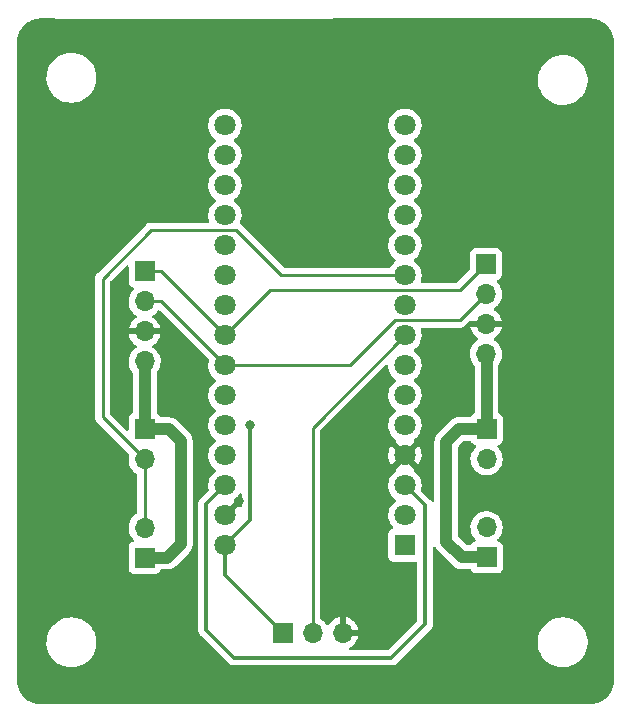
<source format=gbr>
%TF.GenerationSoftware,KiCad,Pcbnew,(6.0.4)*%
%TF.CreationDate,2022-10-02T20:23:54-04:00*%
%TF.ProjectId,NANO_HAT,4e414e4f-5f48-4415-942e-6b696361645f,rev?*%
%TF.SameCoordinates,Original*%
%TF.FileFunction,Copper,L1,Top*%
%TF.FilePolarity,Positive*%
%FSLAX46Y46*%
G04 Gerber Fmt 4.6, Leading zero omitted, Abs format (unit mm)*
G04 Created by KiCad (PCBNEW (6.0.4)) date 2022-10-02 20:23:54*
%MOMM*%
%LPD*%
G01*
G04 APERTURE LIST*
%TA.AperFunction,ComponentPad*%
%ADD10R,1.700000X1.700000*%
%TD*%
%TA.AperFunction,ComponentPad*%
%ADD11O,1.700000X1.700000*%
%TD*%
%TA.AperFunction,ComponentPad*%
%ADD12R,1.800000X1.800000*%
%TD*%
%TA.AperFunction,ComponentPad*%
%ADD13C,1.800000*%
%TD*%
%TA.AperFunction,ViaPad*%
%ADD14C,0.800000*%
%TD*%
%TA.AperFunction,Conductor*%
%ADD15C,1.000000*%
%TD*%
%TA.AperFunction,Conductor*%
%ADD16C,0.254000*%
%TD*%
%TA.AperFunction,Conductor*%
%ADD17C,0.300000*%
%TD*%
G04 APERTURE END LIST*
D10*
%TO.P,J5,1,Pin_1*%
%TO.N,VCC*%
X176750000Y-93750000D03*
D11*
%TO.P,J5,2,Pin_2*%
%TO.N,/SOL1*%
X176750000Y-96290000D03*
%TD*%
D10*
%TO.P,J7,1,Pin_1*%
%TO.N,/SDA*%
X176700000Y-79775000D03*
D11*
%TO.P,J7,2,Pin_2*%
%TO.N,/SCL*%
X176700000Y-82315000D03*
%TO.P,J7,3,Pin_3*%
%TO.N,GND*%
X176700000Y-84855000D03*
%TO.P,J7,4,Pin_4*%
%TO.N,VCC*%
X176700000Y-87395000D03*
%TD*%
D10*
%TO.P,J2,1,Pin_1*%
%TO.N,VCC*%
X176750000Y-104600000D03*
D11*
%TO.P,J2,2,Pin_2*%
%TO.N,/SOL1*%
X176750000Y-102060000D03*
%TD*%
D12*
%TO.P,TB1,1,D1/TX*%
%TO.N,unconnected-(TB1-Pad1)*%
X169840000Y-103580000D03*
D13*
%TO.P,TB1,2,D0/RX*%
%TO.N,unconnected-(TB1-Pad2)*%
X169840000Y-101040000D03*
%TO.P,TB1,3,RESET*%
%TO.N,unconnected-(TB1-Pad28)*%
X169840000Y-98500000D03*
%TO.P,TB1,4,COM/GND*%
%TO.N,GND*%
X169840000Y-95960000D03*
%TO.P,TB1,5,D2*%
%TO.N,unconnected-(TB1-Pad5)*%
X169840000Y-93420000D03*
%TO.P,TB1,6,D3*%
%TO.N,unconnected-(TB1-Pad6)*%
X169840000Y-90880000D03*
%TO.P,TB1,7,D4*%
%TO.N,unconnected-(TB1-Pad7)*%
X169840000Y-88340000D03*
%TO.P,TB1,8,D5*%
%TO.N,/LED*%
X169840000Y-85800000D03*
%TO.P,TB1,9,D6*%
%TO.N,/SOL1*%
X169840000Y-83260000D03*
%TO.P,TB1,10,D7*%
%TO.N,/SOL2*%
X169840000Y-80720000D03*
%TO.P,TB1,11,D8*%
%TO.N,unconnected-(TB1-Pad11)*%
X169840000Y-78180000D03*
%TO.P,TB1,12,D9*%
%TO.N,unconnected-(TB1-Pad12)*%
X169840000Y-75640000D03*
%TO.P,TB1,13,D10*%
%TO.N,unconnected-(TB1-Pad13)*%
X169840000Y-73100000D03*
%TO.P,TB1,14,D11/MOSI*%
%TO.N,unconnected-(TB1-Pad14)*%
X169840000Y-70560000D03*
%TO.P,TB1,15,D12/MISO*%
%TO.N,unconnected-(TB1-Pad15)*%
X169840000Y-68020000D03*
%TO.P,TB1,16,D13/SCK*%
%TO.N,unconnected-(TB1-Pad16)*%
X154600000Y-68020000D03*
%TO.P,TB1,17,3V3*%
%TO.N,unconnected-(TB1-Pad17)*%
X154600000Y-70560000D03*
%TO.P,TB1,18,AREF*%
%TO.N,unconnected-(TB1-Pad18)*%
X154600000Y-73100000D03*
%TO.P,TB1,19,A0*%
%TO.N,unconnected-(TB1-Pad19)*%
X154600000Y-75640000D03*
%TO.P,TB1,20,A1*%
%TO.N,unconnected-(TB1-Pad20)*%
X154600000Y-78180000D03*
%TO.P,TB1,21,A2*%
%TO.N,unconnected-(TB1-Pad21)*%
X154600000Y-80720000D03*
%TO.P,TB1,22,A3*%
%TO.N,unconnected-(TB1-Pad22)*%
X154600000Y-83260000D03*
%TO.P,TB1,23,A4*%
%TO.N,/SDA*%
X154600000Y-85800000D03*
%TO.P,TB1,24,A5*%
%TO.N,/SCL*%
X154600000Y-88340000D03*
%TO.P,TB1,25,A6*%
%TO.N,unconnected-(TB1-Pad25)*%
X154600000Y-90880000D03*
%TO.P,TB1,26,A7*%
%TO.N,unconnected-(TB1-Pad26)*%
X154600000Y-93420000D03*
%TO.P,TB1,27,+5V*%
%TO.N,unconnected-(TB1-Pad27)*%
X154600000Y-95960000D03*
%TO.P,TB1,28,RESET*%
%TO.N,unconnected-(TB1-Pad28)*%
X154600000Y-98500000D03*
%TO.P,TB1,29,COM/GND*%
%TO.N,GND*%
X154600000Y-101040000D03*
%TO.P,TB1,30,VIN*%
%TO.N,/5V*%
X154600000Y-103580000D03*
%TD*%
D10*
%TO.P,J3,1,Pin_1*%
%TO.N,VCC*%
X147800000Y-93775000D03*
D11*
%TO.P,J3,2,Pin_2*%
%TO.N,/SOL2*%
X147800000Y-96315000D03*
%TD*%
D10*
%TO.P,J4,1,Pin_1*%
%TO.N,/SDA*%
X147800000Y-80400000D03*
D11*
%TO.P,J4,2,Pin_2*%
%TO.N,/SCL*%
X147800000Y-82940000D03*
%TO.P,J4,3,Pin_3*%
%TO.N,GND*%
X147800000Y-85480000D03*
%TO.P,J4,4,Pin_4*%
%TO.N,VCC*%
X147800000Y-88020000D03*
%TD*%
D10*
%TO.P,J6,1,Pin_1*%
%TO.N,VCC*%
X147800000Y-104625000D03*
D11*
%TO.P,J6,2,Pin_2*%
%TO.N,/SOL2*%
X147800000Y-102085000D03*
%TD*%
D10*
%TO.P,J1,1,Pin_1*%
%TO.N,/5V*%
X159475000Y-111000000D03*
D11*
%TO.P,J1,2,Pin_2*%
%TO.N,/LED*%
X162015000Y-111000000D03*
%TO.P,J1,3,Pin_3*%
%TO.N,GND*%
X164555000Y-111000000D03*
%TD*%
D14*
%TO.N,GND*%
X162400000Y-67700000D03*
X155800000Y-99800000D03*
%TO.N,/5V*%
X156700000Y-93400000D03*
%TD*%
D15*
%TO.N,VCC*%
X176750000Y-87445000D02*
X176700000Y-87395000D01*
X150850000Y-94750000D02*
X150850000Y-103450000D01*
X173350000Y-103300000D02*
X173350000Y-94800000D01*
X176750000Y-104600000D02*
X174650000Y-104600000D01*
X150850000Y-103450000D02*
X149675000Y-104625000D01*
X149875000Y-93775000D02*
X150850000Y-94750000D01*
X147800000Y-88020000D02*
X147800000Y-93775000D01*
X147800000Y-93775000D02*
X149875000Y-93775000D01*
X174650000Y-104600000D02*
X173350000Y-103300000D01*
X176750000Y-93750000D02*
X176750000Y-87445000D01*
X174400000Y-93750000D02*
X176750000Y-93750000D01*
X149675000Y-104625000D02*
X147800000Y-104625000D01*
X173350000Y-94800000D02*
X174400000Y-93750000D01*
D16*
%TO.N,/SOL2*%
X144250000Y-92765000D02*
X147800000Y-96315000D01*
X147800000Y-102085000D02*
X147800000Y-96315000D01*
X169840000Y-80720000D02*
X159320000Y-80720000D01*
X155500000Y-76900000D02*
X148350000Y-76900000D01*
X144250000Y-81000000D02*
X144250000Y-92765000D01*
X159320000Y-80720000D02*
X155500000Y-76900000D01*
X148350000Y-76900000D02*
X144250000Y-81000000D01*
%TO.N,/LED*%
X162015000Y-93625000D02*
X169840000Y-85800000D01*
X162015000Y-111000000D02*
X162015000Y-93625000D01*
%TO.N,/SDA*%
X174475000Y-82000000D02*
X176700000Y-79775000D01*
X158400000Y-82000000D02*
X174475000Y-82000000D01*
X149200000Y-80400000D02*
X154600000Y-85800000D01*
X154600000Y-85800000D02*
X158400000Y-82000000D01*
X147800000Y-80400000D02*
X149200000Y-80400000D01*
%TO.N,/SCL*%
X147800000Y-82940000D02*
X149200000Y-82940000D01*
X154600000Y-88340000D02*
X165210000Y-88340000D01*
X169000000Y-84550000D02*
X174465000Y-84550000D01*
X149200000Y-82940000D02*
X154600000Y-88340000D01*
X174465000Y-84550000D02*
X176700000Y-82315000D01*
X165210000Y-88340000D02*
X169000000Y-84550000D01*
D17*
%TO.N,unconnected-(TB1-Pad28)*%
X154600000Y-98500000D02*
X153000000Y-100100000D01*
X171550000Y-110250000D02*
X171550000Y-100210000D01*
X168700000Y-113100000D02*
X171550000Y-110250000D01*
X153000000Y-100100000D02*
X153000000Y-110750000D01*
X155350000Y-113100000D02*
X168700000Y-113100000D01*
X153000000Y-110750000D02*
X155350000Y-113100000D01*
X171550000Y-100210000D02*
X169840000Y-98500000D01*
%TO.N,/5V*%
X154600000Y-103580000D02*
X154600000Y-106125000D01*
X156700000Y-93400000D02*
X156700000Y-101480000D01*
X154600000Y-106125000D02*
X159475000Y-111000000D01*
X156700000Y-101480000D02*
X154600000Y-103580000D01*
%TD*%
%TA.AperFunction,Conductor*%
%TO.N,GND*%
G36*
X185502480Y-58977804D02*
G01*
X185517073Y-58980076D01*
X185517075Y-58980076D01*
X185525950Y-58981458D01*
X185542240Y-58979328D01*
X185566815Y-58978534D01*
X185649988Y-58983987D01*
X185783927Y-58992768D01*
X185800266Y-58994919D01*
X186039565Y-59042520D01*
X186055482Y-59046785D01*
X186171001Y-59085999D01*
X186286517Y-59125213D01*
X186301743Y-59131520D01*
X186520570Y-59239435D01*
X186534843Y-59247676D01*
X186737707Y-59383226D01*
X186750774Y-59393252D01*
X186934232Y-59554142D01*
X186945858Y-59565768D01*
X187106748Y-59749226D01*
X187116774Y-59762293D01*
X187252324Y-59965157D01*
X187260565Y-59979430D01*
X187368480Y-60198257D01*
X187374787Y-60213483D01*
X187453214Y-60444514D01*
X187457480Y-60460435D01*
X187505081Y-60699734D01*
X187507232Y-60716074D01*
X187520995Y-60926017D01*
X187519966Y-60949140D01*
X187519924Y-60952623D01*
X187518542Y-60961498D01*
X187522669Y-60993055D01*
X187523733Y-61009394D01*
X187523733Y-114982861D01*
X187522232Y-115002249D01*
X187519924Y-115017073D01*
X187518542Y-115025950D01*
X187520672Y-115042240D01*
X187521466Y-115066817D01*
X187507232Y-115283927D01*
X187505081Y-115300266D01*
X187457480Y-115539565D01*
X187453214Y-115555486D01*
X187374787Y-115786517D01*
X187368480Y-115801743D01*
X187260565Y-116020570D01*
X187252324Y-116034843D01*
X187116774Y-116237707D01*
X187106748Y-116250774D01*
X186945858Y-116434232D01*
X186934232Y-116445858D01*
X186750774Y-116606748D01*
X186737707Y-116616774D01*
X186534843Y-116752324D01*
X186520570Y-116760565D01*
X186301743Y-116868480D01*
X186286517Y-116874787D01*
X186171002Y-116914000D01*
X186055482Y-116953215D01*
X186039565Y-116957480D01*
X185800266Y-117005081D01*
X185783926Y-117007232D01*
X185573983Y-117020995D01*
X185550860Y-117019966D01*
X185547377Y-117019924D01*
X185538502Y-117018542D01*
X185506945Y-117022669D01*
X185490606Y-117023733D01*
X139017139Y-117023733D01*
X138997751Y-117022232D01*
X138982927Y-117019924D01*
X138982925Y-117019924D01*
X138974050Y-117018542D01*
X138957760Y-117020672D01*
X138933185Y-117021466D01*
X138850012Y-117016013D01*
X138716073Y-117007232D01*
X138699734Y-117005081D01*
X138460435Y-116957480D01*
X138444518Y-116953215D01*
X138328998Y-116914000D01*
X138213483Y-116874787D01*
X138198257Y-116868480D01*
X137979430Y-116760565D01*
X137965157Y-116752324D01*
X137762293Y-116616774D01*
X137749226Y-116606748D01*
X137565768Y-116445858D01*
X137554142Y-116434232D01*
X137393252Y-116250774D01*
X137383226Y-116237707D01*
X137247676Y-116034843D01*
X137239435Y-116020570D01*
X137131520Y-115801743D01*
X137125213Y-115786517D01*
X137046786Y-115555486D01*
X137042520Y-115539565D01*
X136994919Y-115300266D01*
X136992768Y-115283926D01*
X136979005Y-115073983D01*
X136980034Y-115050860D01*
X136980076Y-115047377D01*
X136981458Y-115038502D01*
X136977331Y-115006945D01*
X136976267Y-114990606D01*
X136976267Y-111932703D01*
X139490743Y-111932703D01*
X139528268Y-112217734D01*
X139529401Y-112221874D01*
X139529401Y-112221876D01*
X139542340Y-112269174D01*
X139604129Y-112495036D01*
X139716923Y-112759476D01*
X139864561Y-113006161D01*
X140044313Y-113230528D01*
X140252851Y-113428423D01*
X140486317Y-113596186D01*
X140490112Y-113598195D01*
X140490113Y-113598196D01*
X140511064Y-113609289D01*
X140740392Y-113730712D01*
X141010373Y-113829511D01*
X141291264Y-113890755D01*
X141319841Y-113893004D01*
X141514282Y-113908307D01*
X141514291Y-113908307D01*
X141516739Y-113908500D01*
X141672271Y-113908500D01*
X141674407Y-113908354D01*
X141674418Y-113908354D01*
X141882548Y-113894165D01*
X141882554Y-113894164D01*
X141886825Y-113893873D01*
X141891020Y-113893004D01*
X141891022Y-113893004D01*
X142027583Y-113864724D01*
X142168342Y-113835574D01*
X142439343Y-113739607D01*
X142654623Y-113628493D01*
X142691005Y-113609715D01*
X142691006Y-113609715D01*
X142694812Y-113607750D01*
X142698313Y-113605289D01*
X142698317Y-113605287D01*
X142837304Y-113507605D01*
X142930023Y-113442441D01*
X143140622Y-113246740D01*
X143322713Y-113024268D01*
X143472927Y-112779142D01*
X143588483Y-112515898D01*
X143667244Y-112239406D01*
X143707751Y-111954784D01*
X143707845Y-111936951D01*
X143709235Y-111671583D01*
X143709235Y-111671576D01*
X143709257Y-111667297D01*
X143708213Y-111659362D01*
X143672292Y-111386522D01*
X143671732Y-111382266D01*
X143595871Y-111104964D01*
X143556901Y-111013600D01*
X143484763Y-110844476D01*
X143484761Y-110844472D01*
X143483077Y-110840524D01*
X143366605Y-110645913D01*
X143337643Y-110597521D01*
X143337640Y-110597517D01*
X143335439Y-110593839D01*
X143155687Y-110369472D01*
X142947149Y-110171577D01*
X142713683Y-110003814D01*
X142691843Y-109992250D01*
X142664041Y-109977530D01*
X142459608Y-109869288D01*
X142267496Y-109798985D01*
X142193658Y-109771964D01*
X142193656Y-109771963D01*
X142189627Y-109770489D01*
X141908736Y-109709245D01*
X141877685Y-109706801D01*
X141685718Y-109691693D01*
X141685709Y-109691693D01*
X141683261Y-109691500D01*
X141527729Y-109691500D01*
X141525593Y-109691646D01*
X141525582Y-109691646D01*
X141317452Y-109705835D01*
X141317446Y-109705836D01*
X141313175Y-109706127D01*
X141308980Y-109706996D01*
X141308978Y-109706996D01*
X141172417Y-109735276D01*
X141031658Y-109764426D01*
X140760657Y-109860393D01*
X140756848Y-109862359D01*
X140533708Y-109977530D01*
X140505188Y-109992250D01*
X140501687Y-109994711D01*
X140501683Y-109994713D01*
X140462512Y-110022243D01*
X140269977Y-110157559D01*
X140254892Y-110171577D01*
X140089511Y-110325259D01*
X140059378Y-110353260D01*
X139877287Y-110575732D01*
X139727073Y-110820858D01*
X139725347Y-110824791D01*
X139725346Y-110824792D01*
X139703563Y-110874416D01*
X139611517Y-111084102D01*
X139532756Y-111360594D01*
X139492249Y-111645216D01*
X139492227Y-111649505D01*
X139492226Y-111649512D01*
X139490765Y-111928417D01*
X139490743Y-111932703D01*
X136976267Y-111932703D01*
X136976267Y-80979879D01*
X143609765Y-80979879D01*
X143610511Y-80987771D01*
X143613941Y-81024056D01*
X143614500Y-81035914D01*
X143614500Y-92685980D01*
X143613970Y-92697214D01*
X143612292Y-92704719D01*
X143613583Y-92745813D01*
X143614438Y-92773012D01*
X143614500Y-92776969D01*
X143614500Y-92804983D01*
X143614996Y-92808908D01*
X143614996Y-92808909D01*
X143615008Y-92809004D01*
X143615941Y-92820849D01*
X143617335Y-92865205D01*
X143619547Y-92872817D01*
X143623013Y-92884748D01*
X143627023Y-92904112D01*
X143629573Y-92924299D01*
X143632489Y-92931663D01*
X143632490Y-92931668D01*
X143645907Y-92965556D01*
X143649752Y-92976785D01*
X143662131Y-93019393D01*
X143666169Y-93026220D01*
X143666170Y-93026223D01*
X143672488Y-93036906D01*
X143681188Y-93054664D01*
X143685761Y-93066215D01*
X143685765Y-93066221D01*
X143688681Y-93073588D01*
X143693339Y-93079999D01*
X143693340Y-93080001D01*
X143714764Y-93109488D01*
X143721281Y-93119410D01*
X143739826Y-93150768D01*
X143739829Y-93150772D01*
X143743866Y-93157598D01*
X143758250Y-93171982D01*
X143771091Y-93187016D01*
X143783058Y-93203487D01*
X143789166Y-93208540D01*
X143817255Y-93231777D01*
X143826035Y-93239767D01*
X146449163Y-95862896D01*
X146483189Y-95925208D01*
X146481486Y-95985660D01*
X146460989Y-96059570D01*
X146437251Y-96281695D01*
X146437548Y-96286848D01*
X146437548Y-96286851D01*
X146448701Y-96480280D01*
X146450110Y-96504715D01*
X146451247Y-96509761D01*
X146451248Y-96509767D01*
X146472275Y-96603069D01*
X146499222Y-96722639D01*
X146583266Y-96929616D01*
X146585965Y-96934020D01*
X146696517Y-97114425D01*
X146699987Y-97120088D01*
X146846250Y-97288938D01*
X147018126Y-97431632D01*
X147102072Y-97480686D01*
X147150794Y-97532324D01*
X147164500Y-97589473D01*
X147164500Y-100807733D01*
X147144498Y-100875854D01*
X147096680Y-100919496D01*
X147073607Y-100931507D01*
X147069474Y-100934610D01*
X147069471Y-100934612D01*
X146899100Y-101062530D01*
X146894965Y-101065635D01*
X146891393Y-101069373D01*
X146764520Y-101202138D01*
X146740629Y-101227138D01*
X146614743Y-101411680D01*
X146588866Y-101467428D01*
X146532293Y-101589305D01*
X146520688Y-101614305D01*
X146460989Y-101829570D01*
X146437251Y-102051695D01*
X146437548Y-102056848D01*
X146437548Y-102056851D01*
X146448960Y-102254767D01*
X146450110Y-102274715D01*
X146451247Y-102279761D01*
X146451248Y-102279767D01*
X146475304Y-102386508D01*
X146499222Y-102492639D01*
X146583266Y-102699616D01*
X146585965Y-102704020D01*
X146695194Y-102882266D01*
X146699987Y-102890088D01*
X146846250Y-103058938D01*
X146850230Y-103062242D01*
X146854981Y-103066187D01*
X146894616Y-103125090D01*
X146896113Y-103196071D01*
X146858997Y-103256593D01*
X146818724Y-103281112D01*
X146703295Y-103324385D01*
X146586739Y-103411739D01*
X146499385Y-103528295D01*
X146448255Y-103664684D01*
X146441500Y-103726866D01*
X146441500Y-105523134D01*
X146448255Y-105585316D01*
X146499385Y-105721705D01*
X146586739Y-105838261D01*
X146703295Y-105925615D01*
X146839684Y-105976745D01*
X146901866Y-105983500D01*
X148698134Y-105983500D01*
X148760316Y-105976745D01*
X148896705Y-105925615D01*
X149013261Y-105838261D01*
X149100615Y-105721705D01*
X149103767Y-105713296D01*
X149108077Y-105705425D01*
X149109741Y-105706336D01*
X149145663Y-105658510D01*
X149212224Y-105633807D01*
X149221009Y-105633500D01*
X149613157Y-105633500D01*
X149626764Y-105634237D01*
X149658262Y-105637659D01*
X149658267Y-105637659D01*
X149664388Y-105638324D01*
X149690638Y-105636027D01*
X149714388Y-105633950D01*
X149719214Y-105633621D01*
X149721686Y-105633500D01*
X149724769Y-105633500D01*
X149736738Y-105632326D01*
X149767506Y-105629310D01*
X149768819Y-105629188D01*
X149813084Y-105625315D01*
X149861413Y-105621087D01*
X149866532Y-105619600D01*
X149871833Y-105619080D01*
X149960834Y-105592209D01*
X149961967Y-105591874D01*
X150045414Y-105567630D01*
X150045418Y-105567628D01*
X150051336Y-105565909D01*
X150056068Y-105563456D01*
X150061169Y-105561916D01*
X150107348Y-105537363D01*
X150143260Y-105518269D01*
X150144426Y-105517657D01*
X150221453Y-105477729D01*
X150226926Y-105474892D01*
X150231089Y-105471569D01*
X150235796Y-105469066D01*
X150307918Y-105410245D01*
X150308774Y-105409554D01*
X150347973Y-105378262D01*
X150350477Y-105375758D01*
X150351195Y-105375116D01*
X150355528Y-105371415D01*
X150389062Y-105344065D01*
X150418288Y-105308737D01*
X150426277Y-105299958D01*
X151519379Y-104206855D01*
X151529522Y-104197753D01*
X151554218Y-104177897D01*
X151559025Y-104174032D01*
X151591292Y-104135578D01*
X151594472Y-104131931D01*
X151596115Y-104130119D01*
X151598309Y-104127925D01*
X151625642Y-104094651D01*
X151626348Y-104093800D01*
X151668734Y-104043287D01*
X151686154Y-104022526D01*
X151688722Y-104017856D01*
X151692103Y-104013739D01*
X151723140Y-103955855D01*
X151735977Y-103931914D01*
X151736606Y-103930755D01*
X151778462Y-103854619D01*
X151778465Y-103854611D01*
X151781433Y-103849213D01*
X151783045Y-103844131D01*
X151785562Y-103839437D01*
X151812762Y-103750469D01*
X151813108Y-103749358D01*
X151819160Y-103730283D01*
X151841235Y-103660694D01*
X151841829Y-103655398D01*
X151843387Y-103650302D01*
X151852790Y-103557743D01*
X151852911Y-103556607D01*
X151858500Y-103506773D01*
X151858500Y-103503246D01*
X151858555Y-103502261D01*
X151859002Y-103496581D01*
X151863374Y-103453538D01*
X151859059Y-103407891D01*
X151858500Y-103396033D01*
X151858500Y-94811842D01*
X151859237Y-94798235D01*
X151862659Y-94766737D01*
X151862659Y-94766732D01*
X151863324Y-94760611D01*
X151860568Y-94729109D01*
X151858950Y-94710609D01*
X151858621Y-94705784D01*
X151858500Y-94703313D01*
X151858500Y-94700231D01*
X151854377Y-94658186D01*
X151854309Y-94657489D01*
X151854187Y-94656174D01*
X151849783Y-94605834D01*
X151846087Y-94563587D01*
X151844600Y-94558468D01*
X151844080Y-94553167D01*
X151817218Y-94464194D01*
X151816862Y-94462994D01*
X151808173Y-94433086D01*
X151790909Y-94373663D01*
X151788455Y-94368929D01*
X151786916Y-94363831D01*
X151743316Y-94281831D01*
X151742702Y-94280663D01*
X151702726Y-94203541D01*
X151702725Y-94203540D01*
X151699892Y-94198074D01*
X151696569Y-94193911D01*
X151694066Y-94189204D01*
X151635245Y-94117082D01*
X151634554Y-94116226D01*
X151603262Y-94077027D01*
X151600758Y-94074523D01*
X151600116Y-94073805D01*
X151596415Y-94069472D01*
X151569065Y-94035938D01*
X151533733Y-94006709D01*
X151524963Y-93998728D01*
X150631851Y-93105617D01*
X150622749Y-93095473D01*
X150602897Y-93070782D01*
X150599032Y-93065975D01*
X150560578Y-93033708D01*
X150556931Y-93030528D01*
X150555119Y-93028885D01*
X150552925Y-93026691D01*
X150519651Y-92999358D01*
X150518853Y-92998696D01*
X150447526Y-92938846D01*
X150442856Y-92936278D01*
X150438739Y-92932897D01*
X150356914Y-92889023D01*
X150355755Y-92888394D01*
X150279619Y-92846538D01*
X150279611Y-92846535D01*
X150274213Y-92843567D01*
X150269131Y-92841955D01*
X150264437Y-92839438D01*
X150175469Y-92812238D01*
X150174441Y-92811918D01*
X150085694Y-92783765D01*
X150080398Y-92783171D01*
X150075302Y-92781613D01*
X149982743Y-92772210D01*
X149981607Y-92772089D01*
X149947992Y-92768319D01*
X149935270Y-92766892D01*
X149935266Y-92766892D01*
X149931773Y-92766500D01*
X149928246Y-92766500D01*
X149927261Y-92766445D01*
X149921581Y-92765998D01*
X149892175Y-92763011D01*
X149884663Y-92762248D01*
X149884661Y-92762248D01*
X149878538Y-92761626D01*
X149838043Y-92765454D01*
X149832891Y-92765941D01*
X149821033Y-92766500D01*
X149221009Y-92766500D01*
X149152888Y-92746498D01*
X149106395Y-92692842D01*
X149104097Y-92687306D01*
X149103767Y-92686703D01*
X149100615Y-92678295D01*
X149013261Y-92561739D01*
X148896705Y-92474385D01*
X148888296Y-92471233D01*
X148880425Y-92466923D01*
X148881336Y-92465259D01*
X148833510Y-92429337D01*
X148808807Y-92362776D01*
X148808500Y-92353991D01*
X148808500Y-88983970D01*
X148828502Y-88915849D01*
X148836460Y-88905120D01*
X148838096Y-88903489D01*
X148968453Y-88722077D01*
X149012209Y-88633544D01*
X149065136Y-88526453D01*
X149065137Y-88526451D01*
X149067430Y-88521811D01*
X149102710Y-88405691D01*
X149130865Y-88313023D01*
X149130865Y-88313021D01*
X149132370Y-88308069D01*
X149161529Y-88086590D01*
X149163156Y-88020000D01*
X149144852Y-87797361D01*
X149090431Y-87580702D01*
X149001354Y-87375840D01*
X148880014Y-87188277D01*
X148729670Y-87023051D01*
X148725619Y-87019852D01*
X148725615Y-87019848D01*
X148558414Y-86887800D01*
X148558410Y-86887798D01*
X148554359Y-86884598D01*
X148512569Y-86861529D01*
X148462598Y-86811097D01*
X148447826Y-86741654D01*
X148472942Y-86675248D01*
X148500294Y-86648641D01*
X148675328Y-86523792D01*
X148683200Y-86517139D01*
X148834052Y-86366812D01*
X148840730Y-86358965D01*
X148965003Y-86186020D01*
X148970313Y-86177183D01*
X149064670Y-85986267D01*
X149068469Y-85976672D01*
X149130377Y-85772910D01*
X149132555Y-85762837D01*
X149133986Y-85751962D01*
X149131775Y-85737778D01*
X149118617Y-85734000D01*
X146483225Y-85734000D01*
X146469694Y-85737973D01*
X146468257Y-85747966D01*
X146498565Y-85882446D01*
X146501645Y-85892275D01*
X146581770Y-86089603D01*
X146586413Y-86098794D01*
X146697694Y-86280388D01*
X146703777Y-86288699D01*
X146843213Y-86449667D01*
X146850580Y-86456883D01*
X147014434Y-86592916D01*
X147022881Y-86598831D01*
X147091969Y-86639203D01*
X147140693Y-86690842D01*
X147153764Y-86760625D01*
X147127033Y-86826396D01*
X147086584Y-86859752D01*
X147073607Y-86866507D01*
X147069474Y-86869610D01*
X147069471Y-86869612D01*
X146899100Y-86997530D01*
X146894965Y-87000635D01*
X146891393Y-87004373D01*
X146762196Y-87139570D01*
X146740629Y-87162138D01*
X146614743Y-87346680D01*
X146520688Y-87549305D01*
X146460989Y-87764570D01*
X146437251Y-87986695D01*
X146437548Y-87991848D01*
X146437548Y-87991851D01*
X146449301Y-88195689D01*
X146450110Y-88209715D01*
X146451247Y-88214761D01*
X146451248Y-88214767D01*
X146470533Y-88300336D01*
X146499222Y-88427639D01*
X146583266Y-88634616D01*
X146699987Y-88825088D01*
X146734493Y-88864922D01*
X146760737Y-88895219D01*
X146790220Y-88959804D01*
X146791500Y-88977717D01*
X146791500Y-92353991D01*
X146771498Y-92422112D01*
X146717842Y-92468605D01*
X146712306Y-92470903D01*
X146711704Y-92471232D01*
X146703295Y-92474385D01*
X146586739Y-92561739D01*
X146499385Y-92678295D01*
X146448255Y-92814684D01*
X146441500Y-92876866D01*
X146441500Y-93753577D01*
X146421498Y-93821698D01*
X146367842Y-93868191D01*
X146297568Y-93878295D01*
X146232988Y-93848801D01*
X146226405Y-93842672D01*
X144922405Y-92538672D01*
X144888379Y-92476360D01*
X144885500Y-92449577D01*
X144885500Y-81315422D01*
X144905502Y-81247301D01*
X144922405Y-81226327D01*
X146226405Y-79922327D01*
X146288717Y-79888301D01*
X146359532Y-79893366D01*
X146416368Y-79935913D01*
X146441179Y-80002433D01*
X146441500Y-80011422D01*
X146441500Y-81298134D01*
X146448255Y-81360316D01*
X146499385Y-81496705D01*
X146586739Y-81613261D01*
X146703295Y-81700615D01*
X146711704Y-81703767D01*
X146711705Y-81703768D01*
X146820451Y-81744535D01*
X146877216Y-81787176D01*
X146901916Y-81853738D01*
X146886709Y-81923087D01*
X146867316Y-81949568D01*
X146762196Y-82059570D01*
X146740629Y-82082138D01*
X146614743Y-82266680D01*
X146599386Y-82299765D01*
X146525071Y-82459863D01*
X146520688Y-82469305D01*
X146460989Y-82684570D01*
X146437251Y-82906695D01*
X146437548Y-82911848D01*
X146437548Y-82911851D01*
X146449812Y-83124547D01*
X146450110Y-83129715D01*
X146451247Y-83134761D01*
X146451248Y-83134767D01*
X146464663Y-83194292D01*
X146499222Y-83347639D01*
X146583266Y-83554616D01*
X146585965Y-83559020D01*
X146686588Y-83723222D01*
X146699987Y-83745088D01*
X146846250Y-83913938D01*
X147018126Y-84056632D01*
X147063349Y-84083058D01*
X147091955Y-84099774D01*
X147140679Y-84151412D01*
X147153750Y-84221195D01*
X147127019Y-84286967D01*
X147086562Y-84320327D01*
X147078457Y-84324546D01*
X147069738Y-84330036D01*
X146899433Y-84457905D01*
X146891726Y-84464748D01*
X146744590Y-84618717D01*
X146738104Y-84626727D01*
X146618098Y-84802649D01*
X146613000Y-84811623D01*
X146523338Y-85004783D01*
X146519775Y-85014470D01*
X146464389Y-85214183D01*
X146465912Y-85222607D01*
X146478292Y-85226000D01*
X149118344Y-85226000D01*
X149131875Y-85222027D01*
X149133180Y-85212947D01*
X149091214Y-85045875D01*
X149087894Y-85036124D01*
X149002972Y-84840814D01*
X148998105Y-84831739D01*
X148882426Y-84652926D01*
X148876136Y-84644757D01*
X148732806Y-84487240D01*
X148725273Y-84480215D01*
X148558139Y-84348222D01*
X148549556Y-84342520D01*
X148512602Y-84322120D01*
X148462631Y-84271687D01*
X148447859Y-84202245D01*
X148472975Y-84135839D01*
X148500327Y-84109232D01*
X148561962Y-84065268D01*
X148679860Y-83981173D01*
X148749656Y-83911621D01*
X148834435Y-83827137D01*
X148838096Y-83823489D01*
X148869145Y-83780280D01*
X148896498Y-83742215D01*
X148952492Y-83698568D01*
X149023196Y-83692122D01*
X149087915Y-83726647D01*
X153208540Y-87847272D01*
X153242566Y-87909584D01*
X153240862Y-87970039D01*
X153236243Y-87986695D01*
X153211707Y-88075169D01*
X153187095Y-88305469D01*
X153187392Y-88310622D01*
X153187392Y-88310625D01*
X153193067Y-88409041D01*
X153200427Y-88536697D01*
X153201564Y-88541743D01*
X153201565Y-88541749D01*
X153233741Y-88684523D01*
X153251346Y-88762642D01*
X153253288Y-88767424D01*
X153253289Y-88767428D01*
X153333198Y-88964220D01*
X153338484Y-88977237D01*
X153459501Y-89174719D01*
X153611147Y-89349784D01*
X153789349Y-89497730D01*
X153793819Y-89500342D01*
X153797511Y-89502500D01*
X153846232Y-89554140D01*
X153859301Y-89623924D01*
X153832566Y-89689694D01*
X153809589Y-89712045D01*
X153661655Y-89823117D01*
X153501639Y-89990564D01*
X153498725Y-89994836D01*
X153498724Y-89994837D01*
X153483152Y-90017665D01*
X153371119Y-90181899D01*
X153273602Y-90391981D01*
X153211707Y-90615169D01*
X153187095Y-90845469D01*
X153187392Y-90850622D01*
X153187392Y-90850625D01*
X153193067Y-90949041D01*
X153200427Y-91076697D01*
X153201564Y-91081743D01*
X153201565Y-91081749D01*
X153233741Y-91224523D01*
X153251346Y-91302642D01*
X153253288Y-91307424D01*
X153253289Y-91307428D01*
X153336540Y-91512450D01*
X153338484Y-91517237D01*
X153459501Y-91714719D01*
X153611147Y-91889784D01*
X153789349Y-92037730D01*
X153793819Y-92040342D01*
X153797511Y-92042500D01*
X153846232Y-92094140D01*
X153859301Y-92163924D01*
X153832566Y-92229694D01*
X153809589Y-92252045D01*
X153673810Y-92353991D01*
X153661655Y-92363117D01*
X153658083Y-92366855D01*
X153553438Y-92476360D01*
X153501639Y-92530564D01*
X153498725Y-92534836D01*
X153498724Y-92534837D01*
X153483152Y-92557665D01*
X153371119Y-92721899D01*
X153273602Y-92931981D01*
X153211707Y-93155169D01*
X153187095Y-93385469D01*
X153187392Y-93390622D01*
X153187392Y-93390625D01*
X153199294Y-93597050D01*
X153200427Y-93616697D01*
X153201564Y-93621743D01*
X153201565Y-93621749D01*
X153231274Y-93753577D01*
X153251346Y-93842642D01*
X153253288Y-93847424D01*
X153253289Y-93847428D01*
X153328242Y-94032014D01*
X153338484Y-94057237D01*
X153419353Y-94189204D01*
X153448965Y-94237525D01*
X153459501Y-94254719D01*
X153611147Y-94429784D01*
X153789349Y-94577730D01*
X153793819Y-94580342D01*
X153797511Y-94582500D01*
X153846232Y-94634140D01*
X153859301Y-94703924D01*
X153832566Y-94769694D01*
X153809589Y-94792045D01*
X153787660Y-94808510D01*
X153725175Y-94855425D01*
X153661655Y-94903117D01*
X153658083Y-94906855D01*
X153517690Y-95053768D01*
X153501639Y-95070564D01*
X153498725Y-95074836D01*
X153498724Y-95074837D01*
X153485287Y-95094535D01*
X153371119Y-95261899D01*
X153273602Y-95471981D01*
X153211707Y-95695169D01*
X153187095Y-95925469D01*
X153187392Y-95930622D01*
X153187392Y-95930625D01*
X153200129Y-96151529D01*
X153200427Y-96156697D01*
X153201564Y-96161743D01*
X153201565Y-96161749D01*
X153233741Y-96304523D01*
X153251346Y-96382642D01*
X153253288Y-96387424D01*
X153253289Y-96387428D01*
X153332712Y-96583023D01*
X153338484Y-96597237D01*
X153459501Y-96794719D01*
X153611147Y-96969784D01*
X153789349Y-97117730D01*
X153793819Y-97120342D01*
X153797511Y-97122500D01*
X153846232Y-97174140D01*
X153859301Y-97243924D01*
X153832566Y-97309694D01*
X153809589Y-97332045D01*
X153676952Y-97431632D01*
X153661655Y-97443117D01*
X153501639Y-97610564D01*
X153498725Y-97614836D01*
X153498724Y-97614837D01*
X153479126Y-97643567D01*
X153371119Y-97801899D01*
X153273602Y-98011981D01*
X153211707Y-98235169D01*
X153187095Y-98465469D01*
X153187392Y-98470622D01*
X153187392Y-98470625D01*
X153193067Y-98569041D01*
X153200427Y-98696697D01*
X153201564Y-98701743D01*
X153201565Y-98701749D01*
X153222252Y-98793541D01*
X153233298Y-98842554D01*
X153235121Y-98850645D01*
X153230585Y-98921497D01*
X153201299Y-98967441D01*
X152592395Y-99576345D01*
X152583615Y-99584335D01*
X152583613Y-99584337D01*
X152576920Y-99588584D01*
X152571494Y-99594362D01*
X152571493Y-99594363D01*
X152528396Y-99640257D01*
X152525641Y-99643099D01*
X152505073Y-99663667D01*
X152502356Y-99667170D01*
X152494648Y-99676195D01*
X152463028Y-99709867D01*
X152459207Y-99716818D01*
X152459206Y-99716819D01*
X152452697Y-99728658D01*
X152441843Y-99745182D01*
X152437648Y-99750591D01*
X152428696Y-99762132D01*
X152425549Y-99769404D01*
X152425548Y-99769406D01*
X152410346Y-99804535D01*
X152405124Y-99815195D01*
X152382876Y-99855663D01*
X152377541Y-99876441D01*
X152371142Y-99895131D01*
X152362620Y-99914824D01*
X152361380Y-99922655D01*
X152355394Y-99960448D01*
X152352987Y-99972071D01*
X152346726Y-99996458D01*
X152341500Y-100016812D01*
X152341500Y-100038259D01*
X152339949Y-100057969D01*
X152336594Y-100079152D01*
X152337340Y-100087043D01*
X152340941Y-100125138D01*
X152341500Y-100136996D01*
X152341500Y-110667944D01*
X152340941Y-110679800D01*
X152339212Y-110687537D01*
X152339461Y-110695459D01*
X152341438Y-110758369D01*
X152341500Y-110762327D01*
X152341500Y-110791432D01*
X152342056Y-110795832D01*
X152342988Y-110807664D01*
X152344438Y-110853831D01*
X152346650Y-110861444D01*
X152346650Y-110861445D01*
X152350419Y-110874416D01*
X152354430Y-110893782D01*
X152357118Y-110915064D01*
X152360034Y-110922429D01*
X152360035Y-110922433D01*
X152374126Y-110958021D01*
X152377965Y-110969231D01*
X152390855Y-111013600D01*
X152401775Y-111032065D01*
X152410466Y-111049805D01*
X152418365Y-111069756D01*
X152428788Y-111084102D01*
X152445516Y-111107126D01*
X152452033Y-111117048D01*
X152471507Y-111149977D01*
X152471510Y-111149981D01*
X152475547Y-111156807D01*
X152490711Y-111171971D01*
X152503551Y-111187004D01*
X152516159Y-111204357D01*
X152551752Y-111233802D01*
X152560532Y-111241792D01*
X154826345Y-113507605D01*
X154834335Y-113516385D01*
X154838584Y-113523080D01*
X154844362Y-113528506D01*
X154844363Y-113528507D01*
X154890257Y-113571604D01*
X154893099Y-113574359D01*
X154913667Y-113594927D01*
X154917170Y-113597644D01*
X154926195Y-113605352D01*
X154959867Y-113636972D01*
X154966818Y-113640793D01*
X154966819Y-113640794D01*
X154978658Y-113647303D01*
X154995182Y-113658157D01*
X155005271Y-113665982D01*
X155012132Y-113671304D01*
X155019404Y-113674451D01*
X155019406Y-113674452D01*
X155054535Y-113689654D01*
X155065195Y-113694876D01*
X155095168Y-113711354D01*
X155105663Y-113717124D01*
X155126441Y-113722459D01*
X155145131Y-113728858D01*
X155164824Y-113737380D01*
X155199563Y-113742882D01*
X155210448Y-113744606D01*
X155222071Y-113747013D01*
X155246754Y-113753350D01*
X155266812Y-113758500D01*
X155288259Y-113758500D01*
X155307969Y-113760051D01*
X155329152Y-113763406D01*
X155375141Y-113759059D01*
X155386996Y-113758500D01*
X168617944Y-113758500D01*
X168629800Y-113759059D01*
X168629803Y-113759059D01*
X168637537Y-113760788D01*
X168708369Y-113758562D01*
X168712327Y-113758500D01*
X168741432Y-113758500D01*
X168745832Y-113757944D01*
X168757664Y-113757012D01*
X168803831Y-113755562D01*
X168824421Y-113749580D01*
X168843782Y-113745570D01*
X168851416Y-113744606D01*
X168857204Y-113743875D01*
X168857205Y-113743875D01*
X168865064Y-113742882D01*
X168872429Y-113739966D01*
X168872433Y-113739965D01*
X168908021Y-113725874D01*
X168919231Y-113722035D01*
X168963600Y-113709145D01*
X168982065Y-113698225D01*
X168999805Y-113689534D01*
X169019756Y-113681635D01*
X169057129Y-113654482D01*
X169067048Y-113647967D01*
X169099977Y-113628493D01*
X169099981Y-113628490D01*
X169106807Y-113624453D01*
X169121971Y-113609289D01*
X169137005Y-113596448D01*
X169137366Y-113596186D01*
X169154357Y-113583841D01*
X169183803Y-113548247D01*
X169191792Y-113539468D01*
X170798557Y-111932703D01*
X181090743Y-111932703D01*
X181128268Y-112217734D01*
X181129401Y-112221874D01*
X181129401Y-112221876D01*
X181142340Y-112269174D01*
X181204129Y-112495036D01*
X181316923Y-112759476D01*
X181464561Y-113006161D01*
X181644313Y-113230528D01*
X181852851Y-113428423D01*
X182086317Y-113596186D01*
X182090112Y-113598195D01*
X182090113Y-113598196D01*
X182111064Y-113609289D01*
X182340392Y-113730712D01*
X182610373Y-113829511D01*
X182891264Y-113890755D01*
X182919841Y-113893004D01*
X183114282Y-113908307D01*
X183114291Y-113908307D01*
X183116739Y-113908500D01*
X183272271Y-113908500D01*
X183274407Y-113908354D01*
X183274418Y-113908354D01*
X183482548Y-113894165D01*
X183482554Y-113894164D01*
X183486825Y-113893873D01*
X183491020Y-113893004D01*
X183491022Y-113893004D01*
X183627583Y-113864724D01*
X183768342Y-113835574D01*
X184039343Y-113739607D01*
X184254623Y-113628493D01*
X184291005Y-113609715D01*
X184291006Y-113609715D01*
X184294812Y-113607750D01*
X184298313Y-113605289D01*
X184298317Y-113605287D01*
X184437304Y-113507605D01*
X184530023Y-113442441D01*
X184740622Y-113246740D01*
X184922713Y-113024268D01*
X185072927Y-112779142D01*
X185188483Y-112515898D01*
X185267244Y-112239406D01*
X185307751Y-111954784D01*
X185307845Y-111936951D01*
X185309235Y-111671583D01*
X185309235Y-111671576D01*
X185309257Y-111667297D01*
X185308213Y-111659362D01*
X185272292Y-111386522D01*
X185271732Y-111382266D01*
X185195871Y-111104964D01*
X185156901Y-111013600D01*
X185084763Y-110844476D01*
X185084761Y-110844472D01*
X185083077Y-110840524D01*
X184966605Y-110645913D01*
X184937643Y-110597521D01*
X184937640Y-110597517D01*
X184935439Y-110593839D01*
X184755687Y-110369472D01*
X184547149Y-110171577D01*
X184313683Y-110003814D01*
X184291843Y-109992250D01*
X184264041Y-109977530D01*
X184059608Y-109869288D01*
X183867496Y-109798985D01*
X183793658Y-109771964D01*
X183793656Y-109771963D01*
X183789627Y-109770489D01*
X183508736Y-109709245D01*
X183477685Y-109706801D01*
X183285718Y-109691693D01*
X183285709Y-109691693D01*
X183283261Y-109691500D01*
X183127729Y-109691500D01*
X183125593Y-109691646D01*
X183125582Y-109691646D01*
X182917452Y-109705835D01*
X182917446Y-109705836D01*
X182913175Y-109706127D01*
X182908980Y-109706996D01*
X182908978Y-109706996D01*
X182772417Y-109735276D01*
X182631658Y-109764426D01*
X182360657Y-109860393D01*
X182356848Y-109862359D01*
X182133708Y-109977530D01*
X182105188Y-109992250D01*
X182101687Y-109994711D01*
X182101683Y-109994713D01*
X182062512Y-110022243D01*
X181869977Y-110157559D01*
X181854892Y-110171577D01*
X181689511Y-110325259D01*
X181659378Y-110353260D01*
X181477287Y-110575732D01*
X181327073Y-110820858D01*
X181325347Y-110824791D01*
X181325346Y-110824792D01*
X181303563Y-110874416D01*
X181211517Y-111084102D01*
X181132756Y-111360594D01*
X181092249Y-111645216D01*
X181092227Y-111649505D01*
X181092226Y-111649512D01*
X181090765Y-111928417D01*
X181090743Y-111932703D01*
X170798557Y-111932703D01*
X171957605Y-110773655D01*
X171966385Y-110765665D01*
X171966387Y-110765663D01*
X171973080Y-110761416D01*
X171991288Y-110742027D01*
X172021604Y-110709743D01*
X172024359Y-110706901D01*
X172044927Y-110686333D01*
X172047647Y-110682826D01*
X172055353Y-110673804D01*
X172081544Y-110645913D01*
X172086972Y-110640133D01*
X172095319Y-110624950D01*
X172097303Y-110621342D01*
X172108157Y-110604818D01*
X172116445Y-110594132D01*
X172121304Y-110587868D01*
X172124452Y-110580594D01*
X172139654Y-110545465D01*
X172144876Y-110534805D01*
X172163305Y-110501284D01*
X172163306Y-110501282D01*
X172167124Y-110494337D01*
X172172459Y-110473559D01*
X172178858Y-110454869D01*
X172187380Y-110435176D01*
X172194606Y-110389552D01*
X172197013Y-110377929D01*
X172206528Y-110340868D01*
X172208500Y-110333188D01*
X172208500Y-110311741D01*
X172210051Y-110292031D01*
X172212166Y-110278677D01*
X172213406Y-110270848D01*
X172209059Y-110224859D01*
X172208500Y-110213004D01*
X172208500Y-103806762D01*
X172228502Y-103738641D01*
X172282158Y-103692148D01*
X172352432Y-103682044D01*
X172417012Y-103711538D01*
X172445753Y-103747612D01*
X172456732Y-103768262D01*
X172457343Y-103769426D01*
X172492969Y-103838154D01*
X172500108Y-103851926D01*
X172503431Y-103856089D01*
X172505934Y-103860796D01*
X172564755Y-103932918D01*
X172565446Y-103933774D01*
X172596738Y-103972973D01*
X172599242Y-103975477D01*
X172599884Y-103976195D01*
X172603585Y-103980528D01*
X172630935Y-104014062D01*
X172635682Y-104017989D01*
X172635684Y-104017991D01*
X172666262Y-104043287D01*
X172675042Y-104051277D01*
X173893145Y-105269379D01*
X173902247Y-105279522D01*
X173925968Y-105309025D01*
X173930696Y-105312992D01*
X173964421Y-105341291D01*
X173968070Y-105344473D01*
X173969883Y-105346117D01*
X173972075Y-105348309D01*
X174005276Y-105375580D01*
X174006164Y-105376318D01*
X174008482Y-105378262D01*
X174072753Y-105432193D01*
X174072756Y-105432195D01*
X174077474Y-105436154D01*
X174082147Y-105438723D01*
X174086262Y-105442103D01*
X174091691Y-105445014D01*
X174091694Y-105445016D01*
X174168180Y-105486028D01*
X174169338Y-105486657D01*
X174225728Y-105517657D01*
X174250787Y-105531433D01*
X174255865Y-105533044D01*
X174260563Y-105535563D01*
X174349498Y-105562753D01*
X174350702Y-105563128D01*
X174439306Y-105591235D01*
X174444597Y-105591828D01*
X174449698Y-105593388D01*
X174542311Y-105602795D01*
X174543431Y-105602915D01*
X174593227Y-105608500D01*
X174596756Y-105608500D01*
X174597739Y-105608555D01*
X174603426Y-105609003D01*
X174623683Y-105611060D01*
X174640336Y-105612752D01*
X174640339Y-105612752D01*
X174646463Y-105613374D01*
X174692112Y-105609059D01*
X174703969Y-105608500D01*
X175328991Y-105608500D01*
X175397112Y-105628502D01*
X175443605Y-105682158D01*
X175445903Y-105687694D01*
X175446232Y-105688296D01*
X175449385Y-105696705D01*
X175536739Y-105813261D01*
X175653295Y-105900615D01*
X175789684Y-105951745D01*
X175851866Y-105958500D01*
X177648134Y-105958500D01*
X177710316Y-105951745D01*
X177846705Y-105900615D01*
X177963261Y-105813261D01*
X178050615Y-105696705D01*
X178101745Y-105560316D01*
X178108500Y-105498134D01*
X178108500Y-103701866D01*
X178101745Y-103639684D01*
X178050615Y-103503295D01*
X177963261Y-103386739D01*
X177846705Y-103299385D01*
X177794889Y-103279960D01*
X177728203Y-103254960D01*
X177671439Y-103212318D01*
X177646739Y-103145756D01*
X177661947Y-103076408D01*
X177683493Y-103047727D01*
X177784435Y-102947137D01*
X177788096Y-102943489D01*
X177823665Y-102893990D01*
X177915435Y-102766277D01*
X177918453Y-102762077D01*
X177947147Y-102704020D01*
X178015136Y-102566453D01*
X178015137Y-102566451D01*
X178017430Y-102561811D01*
X178058660Y-102426109D01*
X178080865Y-102353023D01*
X178080865Y-102353021D01*
X178082370Y-102348069D01*
X178111529Y-102126590D01*
X178111611Y-102123240D01*
X178113074Y-102063365D01*
X178113074Y-102063361D01*
X178113156Y-102060000D01*
X178094852Y-101837361D01*
X178040431Y-101620702D01*
X177951354Y-101415840D01*
X177901693Y-101339076D01*
X177832822Y-101232617D01*
X177832820Y-101232614D01*
X177830014Y-101228277D01*
X177679670Y-101063051D01*
X177675619Y-101059852D01*
X177675615Y-101059848D01*
X177508414Y-100927800D01*
X177508410Y-100927798D01*
X177504359Y-100924598D01*
X177308789Y-100816638D01*
X177303920Y-100814914D01*
X177303916Y-100814912D01*
X177103087Y-100743795D01*
X177103083Y-100743794D01*
X177098212Y-100742069D01*
X177093119Y-100741162D01*
X177093116Y-100741161D01*
X176883373Y-100703800D01*
X176883367Y-100703799D01*
X176878284Y-100702894D01*
X176804452Y-100701992D01*
X176660081Y-100700228D01*
X176660079Y-100700228D01*
X176654911Y-100700165D01*
X176434091Y-100733955D01*
X176221756Y-100803357D01*
X176191443Y-100819137D01*
X176066476Y-100884191D01*
X176023607Y-100906507D01*
X176019474Y-100909610D01*
X176019471Y-100909612D01*
X175849100Y-101037530D01*
X175844965Y-101040635D01*
X175690629Y-101202138D01*
X175564743Y-101386680D01*
X175537398Y-101445590D01*
X175479248Y-101570865D01*
X175470688Y-101589305D01*
X175410989Y-101804570D01*
X175387251Y-102026695D01*
X175387548Y-102031848D01*
X175387548Y-102031851D01*
X175399248Y-102234771D01*
X175400110Y-102249715D01*
X175401247Y-102254761D01*
X175401248Y-102254767D01*
X175414002Y-102311358D01*
X175449222Y-102467639D01*
X175533266Y-102674616D01*
X175535965Y-102679020D01*
X175628532Y-102830076D01*
X175649987Y-102865088D01*
X175796250Y-103033938D01*
X175800230Y-103037242D01*
X175804981Y-103041187D01*
X175844616Y-103100090D01*
X175846113Y-103171071D01*
X175808997Y-103231593D01*
X175768725Y-103256112D01*
X175705111Y-103279960D01*
X175653295Y-103299385D01*
X175536739Y-103386739D01*
X175449385Y-103503295D01*
X175446233Y-103511703D01*
X175441923Y-103519575D01*
X175440259Y-103518664D01*
X175404337Y-103566490D01*
X175337776Y-103591193D01*
X175328991Y-103591500D01*
X175119924Y-103591500D01*
X175051803Y-103571498D01*
X175030829Y-103554595D01*
X174395405Y-102919171D01*
X174361379Y-102856859D01*
X174358500Y-102830076D01*
X174358500Y-95269926D01*
X174378502Y-95201805D01*
X174395404Y-95180831D01*
X174780829Y-94795405D01*
X174843142Y-94761380D01*
X174869925Y-94758500D01*
X175328991Y-94758500D01*
X175397112Y-94778502D01*
X175443605Y-94832158D01*
X175445903Y-94837694D01*
X175446232Y-94838296D01*
X175449385Y-94846705D01*
X175536739Y-94963261D01*
X175653295Y-95050615D01*
X175661704Y-95053767D01*
X175661705Y-95053768D01*
X175770451Y-95094535D01*
X175827216Y-95137176D01*
X175851916Y-95203738D01*
X175836709Y-95273087D01*
X175817316Y-95299568D01*
X175690629Y-95432138D01*
X175687715Y-95436410D01*
X175687714Y-95436411D01*
X175659927Y-95477146D01*
X175564743Y-95616680D01*
X175470688Y-95819305D01*
X175410989Y-96034570D01*
X175387251Y-96256695D01*
X175387548Y-96261848D01*
X175387548Y-96261851D01*
X175394781Y-96387292D01*
X175400110Y-96479715D01*
X175401247Y-96484761D01*
X175401248Y-96484767D01*
X175421119Y-96572939D01*
X175449222Y-96697639D01*
X175533266Y-96904616D01*
X175649987Y-97095088D01*
X175796250Y-97263938D01*
X175968126Y-97406632D01*
X176161000Y-97519338D01*
X176165825Y-97521180D01*
X176165826Y-97521181D01*
X176195007Y-97532324D01*
X176369692Y-97599030D01*
X176374760Y-97600061D01*
X176374763Y-97600062D01*
X176447385Y-97614837D01*
X176588597Y-97643567D01*
X176593772Y-97643757D01*
X176593774Y-97643757D01*
X176806673Y-97651564D01*
X176806677Y-97651564D01*
X176811837Y-97651753D01*
X176816957Y-97651097D01*
X176816959Y-97651097D01*
X177028288Y-97624025D01*
X177028289Y-97624025D01*
X177033416Y-97623368D01*
X177088550Y-97606827D01*
X177242429Y-97560661D01*
X177242434Y-97560659D01*
X177247384Y-97559174D01*
X177447994Y-97460896D01*
X177629860Y-97331173D01*
X177638253Y-97322810D01*
X177763008Y-97198489D01*
X177788096Y-97173489D01*
X177823665Y-97123990D01*
X177915435Y-96996277D01*
X177918453Y-96992077D01*
X177947147Y-96934020D01*
X178015136Y-96796453D01*
X178015137Y-96796451D01*
X178017430Y-96791811D01*
X178073269Y-96608023D01*
X178080865Y-96583023D01*
X178080865Y-96583021D01*
X178082370Y-96578069D01*
X178111529Y-96356590D01*
X178113156Y-96290000D01*
X178094852Y-96067361D01*
X178040431Y-95850702D01*
X177951354Y-95645840D01*
X177863286Y-95509708D01*
X177832822Y-95462617D01*
X177832820Y-95462614D01*
X177830014Y-95458277D01*
X177826532Y-95454450D01*
X177682798Y-95296488D01*
X177651746Y-95232642D01*
X177660141Y-95162143D01*
X177705317Y-95107375D01*
X177731761Y-95093706D01*
X177838297Y-95053767D01*
X177846705Y-95050615D01*
X177963261Y-94963261D01*
X178050615Y-94846705D01*
X178101745Y-94710316D01*
X178108500Y-94648134D01*
X178108500Y-92851866D01*
X178101745Y-92789684D01*
X178050615Y-92653295D01*
X177963261Y-92536739D01*
X177846705Y-92449385D01*
X177838296Y-92446233D01*
X177830425Y-92441923D01*
X177831336Y-92440259D01*
X177783510Y-92404337D01*
X177758807Y-92337776D01*
X177758500Y-92328991D01*
X177758500Y-88290670D01*
X177782177Y-88217144D01*
X177865435Y-88101277D01*
X177868453Y-88097077D01*
X177881744Y-88070186D01*
X177965136Y-87901453D01*
X177965137Y-87901451D01*
X177967430Y-87896811D01*
X178025859Y-87704500D01*
X178030865Y-87688023D01*
X178030865Y-87688021D01*
X178032370Y-87683069D01*
X178061529Y-87461590D01*
X178063156Y-87395000D01*
X178044852Y-87172361D01*
X177990431Y-86955702D01*
X177901354Y-86750840D01*
X177842694Y-86660165D01*
X177782822Y-86567617D01*
X177782820Y-86567614D01*
X177780014Y-86563277D01*
X177629670Y-86398051D01*
X177625619Y-86394852D01*
X177625615Y-86394848D01*
X177458414Y-86262800D01*
X177458410Y-86262798D01*
X177454359Y-86259598D01*
X177412569Y-86236529D01*
X177362598Y-86186097D01*
X177347826Y-86116654D01*
X177372942Y-86050248D01*
X177400294Y-86023641D01*
X177575328Y-85898792D01*
X177583200Y-85892139D01*
X177734052Y-85741812D01*
X177740730Y-85733965D01*
X177865003Y-85561020D01*
X177870313Y-85552183D01*
X177964670Y-85361267D01*
X177968469Y-85351672D01*
X178030377Y-85147910D01*
X178032555Y-85137837D01*
X178033986Y-85126962D01*
X178031775Y-85112778D01*
X178018617Y-85109000D01*
X175383225Y-85109000D01*
X175369694Y-85112973D01*
X175368257Y-85122966D01*
X175398565Y-85257446D01*
X175401645Y-85267275D01*
X175481770Y-85464603D01*
X175486413Y-85473794D01*
X175597694Y-85655388D01*
X175603777Y-85663699D01*
X175743213Y-85824667D01*
X175750580Y-85831883D01*
X175914434Y-85967916D01*
X175922881Y-85973831D01*
X175991969Y-86014203D01*
X176040693Y-86065842D01*
X176053764Y-86135625D01*
X176027033Y-86201396D01*
X175986584Y-86234752D01*
X175973607Y-86241507D01*
X175969474Y-86244610D01*
X175969471Y-86244612D01*
X175945247Y-86262800D01*
X175794965Y-86375635D01*
X175791393Y-86379373D01*
X175659741Y-86517139D01*
X175640629Y-86537138D01*
X175514743Y-86721680D01*
X175473237Y-86811097D01*
X175446076Y-86869612D01*
X175420688Y-86924305D01*
X175360989Y-87139570D01*
X175337251Y-87361695D01*
X175337548Y-87366848D01*
X175337548Y-87366851D01*
X175343011Y-87461590D01*
X175350110Y-87584715D01*
X175351247Y-87589761D01*
X175351248Y-87589767D01*
X175364133Y-87646940D01*
X175399222Y-87802639D01*
X175437461Y-87896811D01*
X175471875Y-87981562D01*
X175483266Y-88009616D01*
X175599987Y-88200088D01*
X175603367Y-88203990D01*
X175608326Y-88209715D01*
X175704652Y-88320915D01*
X175710737Y-88327940D01*
X175740220Y-88392525D01*
X175741500Y-88410438D01*
X175741500Y-92328991D01*
X175721498Y-92397112D01*
X175667842Y-92443605D01*
X175662306Y-92445903D01*
X175661704Y-92446232D01*
X175653295Y-92449385D01*
X175536739Y-92536739D01*
X175449385Y-92653295D01*
X175446233Y-92661703D01*
X175441923Y-92669575D01*
X175440259Y-92668664D01*
X175404337Y-92716490D01*
X175337776Y-92741193D01*
X175328991Y-92741500D01*
X174461842Y-92741500D01*
X174448235Y-92740763D01*
X174416737Y-92737341D01*
X174416732Y-92737341D01*
X174410611Y-92736676D01*
X174392611Y-92738251D01*
X174360609Y-92741050D01*
X174355784Y-92741379D01*
X174353313Y-92741500D01*
X174350231Y-92741500D01*
X174327763Y-92743703D01*
X174307489Y-92745691D01*
X174306174Y-92745813D01*
X174273913Y-92748636D01*
X174213587Y-92753913D01*
X174208468Y-92755400D01*
X174203167Y-92755920D01*
X174197262Y-92757703D01*
X174197261Y-92757703D01*
X174182207Y-92762248D01*
X174114194Y-92782782D01*
X174113054Y-92783120D01*
X174023663Y-92809091D01*
X174018929Y-92811545D01*
X174013831Y-92813084D01*
X174008387Y-92815978D01*
X174008386Y-92815979D01*
X173931831Y-92856684D01*
X173930663Y-92857298D01*
X173859333Y-92894272D01*
X173848074Y-92900108D01*
X173843911Y-92903431D01*
X173839204Y-92905934D01*
X173767082Y-92964755D01*
X173766226Y-92965446D01*
X173727027Y-92996738D01*
X173724523Y-92999242D01*
X173723805Y-92999884D01*
X173719472Y-93003585D01*
X173685938Y-93030935D01*
X173656709Y-93066267D01*
X173648728Y-93075037D01*
X172680617Y-94043149D01*
X172670473Y-94052251D01*
X172640975Y-94075968D01*
X172637008Y-94080696D01*
X172608709Y-94114421D01*
X172605528Y-94118069D01*
X172603885Y-94119881D01*
X172601691Y-94122075D01*
X172574358Y-94155349D01*
X172573696Y-94156147D01*
X172513846Y-94227474D01*
X172511278Y-94232144D01*
X172507897Y-94236261D01*
X172484089Y-94280663D01*
X172464023Y-94318086D01*
X172463394Y-94319245D01*
X172421538Y-94395381D01*
X172421535Y-94395389D01*
X172418567Y-94400787D01*
X172416955Y-94405869D01*
X172414438Y-94410563D01*
X172387249Y-94499494D01*
X172386918Y-94500559D01*
X172358765Y-94589306D01*
X172358171Y-94594602D01*
X172356613Y-94599698D01*
X172347563Y-94688795D01*
X172347218Y-94692187D01*
X172347089Y-94693393D01*
X172341500Y-94743227D01*
X172341500Y-94746754D01*
X172341445Y-94747739D01*
X172340998Y-94753419D01*
X172339345Y-94769694D01*
X172337458Y-94788275D01*
X172336626Y-94796462D01*
X172338080Y-94811842D01*
X172340941Y-94842109D01*
X172341500Y-94853967D01*
X172341500Y-99791311D01*
X172321498Y-99859432D01*
X172267842Y-99905925D01*
X172197568Y-99916029D01*
X172132988Y-99886535D01*
X172113562Y-99865369D01*
X172104475Y-99852861D01*
X172097960Y-99842943D01*
X172074452Y-99803193D01*
X172059291Y-99788032D01*
X172046449Y-99772997D01*
X172043840Y-99769406D01*
X172033841Y-99755643D01*
X172027737Y-99750593D01*
X172027735Y-99750591D01*
X171998237Y-99726188D01*
X171989459Y-99718199D01*
X171239538Y-98968278D01*
X171205512Y-98905966D01*
X171208075Y-98842554D01*
X171219903Y-98803624D01*
X171221408Y-98798671D01*
X171251640Y-98569041D01*
X171253327Y-98500000D01*
X171247032Y-98423434D01*
X171234773Y-98274318D01*
X171234772Y-98274312D01*
X171234349Y-98269167D01*
X171177925Y-98044533D01*
X171175866Y-98039797D01*
X171087630Y-97836868D01*
X171087628Y-97836865D01*
X171085570Y-97832131D01*
X170959764Y-97637665D01*
X170803887Y-97466358D01*
X170799836Y-97463159D01*
X170799832Y-97463155D01*
X170626669Y-97326400D01*
X170585606Y-97268483D01*
X170582374Y-97197560D01*
X170617999Y-97136148D01*
X170623487Y-97131623D01*
X170633497Y-97118874D01*
X170626510Y-97105721D01*
X169852811Y-96332021D01*
X169838868Y-96324408D01*
X169837034Y-96324539D01*
X169830420Y-96328790D01*
X169050180Y-97109031D01*
X169043423Y-97121406D01*
X169062730Y-97147197D01*
X169062040Y-97147713D01*
X169086627Y-97173737D01*
X169099743Y-97243511D01*
X169073055Y-97309300D01*
X169050023Y-97331719D01*
X168916952Y-97431632D01*
X168901655Y-97443117D01*
X168741639Y-97610564D01*
X168738725Y-97614836D01*
X168738724Y-97614837D01*
X168719126Y-97643567D01*
X168611119Y-97801899D01*
X168513602Y-98011981D01*
X168451707Y-98235169D01*
X168427095Y-98465469D01*
X168427392Y-98470622D01*
X168427392Y-98470625D01*
X168433067Y-98569041D01*
X168440427Y-98696697D01*
X168441564Y-98701743D01*
X168441565Y-98701749D01*
X168462252Y-98793541D01*
X168491346Y-98922642D01*
X168493288Y-98927424D01*
X168493289Y-98927428D01*
X168576540Y-99132450D01*
X168578484Y-99137237D01*
X168699501Y-99334719D01*
X168851147Y-99509784D01*
X169029349Y-99657730D01*
X169033819Y-99660342D01*
X169037511Y-99662500D01*
X169086232Y-99714140D01*
X169099301Y-99783924D01*
X169072566Y-99849694D01*
X169049589Y-99872045D01*
X168916367Y-99972071D01*
X168901655Y-99983117D01*
X168741639Y-100150564D01*
X168611119Y-100341899D01*
X168513602Y-100551981D01*
X168451707Y-100775169D01*
X168427095Y-101005469D01*
X168427392Y-101010622D01*
X168427392Y-101010625D01*
X168440122Y-101231411D01*
X168440427Y-101236697D01*
X168441564Y-101241743D01*
X168441565Y-101241749D01*
X168473263Y-101382401D01*
X168491346Y-101462642D01*
X168493288Y-101467424D01*
X168493289Y-101467428D01*
X168570408Y-101657348D01*
X168578484Y-101677237D01*
X168632146Y-101764806D01*
X168692431Y-101863181D01*
X168699501Y-101874719D01*
X168702882Y-101878622D01*
X168811304Y-102003788D01*
X168840786Y-102068373D01*
X168830671Y-102138646D01*
X168784170Y-102192294D01*
X168760296Y-102204267D01*
X168704515Y-102225179D01*
X168693295Y-102229385D01*
X168576739Y-102316739D01*
X168489385Y-102433295D01*
X168438255Y-102569684D01*
X168431500Y-102631866D01*
X168431500Y-104528134D01*
X168438255Y-104590316D01*
X168489385Y-104726705D01*
X168576739Y-104843261D01*
X168693295Y-104930615D01*
X168829684Y-104981745D01*
X168891866Y-104988500D01*
X170765500Y-104988500D01*
X170833621Y-105008502D01*
X170880114Y-105062158D01*
X170891500Y-105114500D01*
X170891500Y-109925050D01*
X170871498Y-109993171D01*
X170854595Y-110014145D01*
X168464145Y-112404595D01*
X168401833Y-112438621D01*
X168375050Y-112441500D01*
X165243087Y-112441500D01*
X165174966Y-112421498D01*
X165128473Y-112367842D01*
X165118369Y-112297568D01*
X165147863Y-112232988D01*
X165187654Y-112202349D01*
X165248095Y-112172739D01*
X165256945Y-112167464D01*
X165430328Y-112043792D01*
X165438200Y-112037139D01*
X165589052Y-111886812D01*
X165595730Y-111878965D01*
X165720003Y-111706020D01*
X165725313Y-111697183D01*
X165819670Y-111506267D01*
X165823469Y-111496672D01*
X165885377Y-111292910D01*
X165887555Y-111282837D01*
X165888986Y-111271962D01*
X165886775Y-111257778D01*
X165873617Y-111254000D01*
X164427000Y-111254000D01*
X164358879Y-111233998D01*
X164312386Y-111180342D01*
X164301000Y-111128000D01*
X164301000Y-110727885D01*
X164809000Y-110727885D01*
X164813475Y-110743124D01*
X164814865Y-110744329D01*
X164822548Y-110746000D01*
X165873344Y-110746000D01*
X165886875Y-110742027D01*
X165888180Y-110732947D01*
X165846214Y-110565875D01*
X165842894Y-110556124D01*
X165757972Y-110360814D01*
X165753105Y-110351739D01*
X165637426Y-110172926D01*
X165631136Y-110164757D01*
X165487806Y-110007240D01*
X165480273Y-110000215D01*
X165313139Y-109868222D01*
X165304552Y-109862517D01*
X165118117Y-109759599D01*
X165108705Y-109755369D01*
X164907959Y-109684280D01*
X164897988Y-109681646D01*
X164826837Y-109668972D01*
X164813540Y-109670432D01*
X164809000Y-109684989D01*
X164809000Y-110727885D01*
X164301000Y-110727885D01*
X164301000Y-109683102D01*
X164297082Y-109669758D01*
X164282806Y-109667771D01*
X164244324Y-109673660D01*
X164234288Y-109676051D01*
X164031868Y-109742212D01*
X164022359Y-109746209D01*
X163833463Y-109844542D01*
X163824738Y-109850036D01*
X163654433Y-109977905D01*
X163646726Y-109984748D01*
X163499590Y-110138717D01*
X163493109Y-110146722D01*
X163388498Y-110300074D01*
X163333587Y-110345076D01*
X163263062Y-110353247D01*
X163199315Y-110321993D01*
X163178618Y-110297509D01*
X163097822Y-110172617D01*
X163097820Y-110172614D01*
X163095014Y-110168277D01*
X162944670Y-110003051D01*
X162940619Y-109999852D01*
X162940615Y-109999848D01*
X162773414Y-109867800D01*
X162773410Y-109867798D01*
X162769359Y-109864598D01*
X162764835Y-109862101D01*
X162764831Y-109862098D01*
X162715608Y-109834926D01*
X162665636Y-109784494D01*
X162650500Y-109724617D01*
X162650500Y-95930638D01*
X168427893Y-95930638D01*
X168440627Y-96151468D01*
X168442061Y-96161670D01*
X168490685Y-96377439D01*
X168493773Y-96387292D01*
X168576986Y-96592220D01*
X168581634Y-96601421D01*
X168670097Y-96745781D01*
X168680553Y-96755242D01*
X168689331Y-96751458D01*
X169467979Y-95972811D01*
X169474356Y-95961132D01*
X170204408Y-95961132D01*
X170204539Y-95962966D01*
X170208790Y-95969580D01*
X170986307Y-96747096D01*
X170998313Y-96753652D01*
X171010052Y-96744684D01*
X171048010Y-96691859D01*
X171053321Y-96683020D01*
X171151318Y-96484737D01*
X171155117Y-96475142D01*
X171219415Y-96263517D01*
X171221594Y-96253436D01*
X171250702Y-96032338D01*
X171251221Y-96025663D01*
X171252744Y-95963364D01*
X171252550Y-95956646D01*
X171234279Y-95734400D01*
X171232596Y-95724238D01*
X171178710Y-95509708D01*
X171175389Y-95499953D01*
X171087193Y-95297118D01*
X171082315Y-95288020D01*
X171009224Y-95175038D01*
X170998538Y-95165835D01*
X170988973Y-95170238D01*
X170212021Y-95947189D01*
X170204408Y-95961132D01*
X169474356Y-95961132D01*
X169475592Y-95958868D01*
X169475461Y-95957034D01*
X169471210Y-95950420D01*
X168693862Y-95173073D01*
X168682330Y-95166776D01*
X168670048Y-95176399D01*
X168614467Y-95257877D01*
X168609379Y-95266833D01*
X168516252Y-95467459D01*
X168512689Y-95477146D01*
X168453581Y-95690280D01*
X168451650Y-95700400D01*
X168428145Y-95920349D01*
X168427893Y-95930638D01*
X162650500Y-95930638D01*
X162650500Y-93940422D01*
X162670502Y-93872301D01*
X162687405Y-93851327D01*
X168217818Y-88320915D01*
X168280130Y-88286889D01*
X168350945Y-88291954D01*
X168407781Y-88334501D01*
X168432704Y-88402757D01*
X168433147Y-88410438D01*
X168440427Y-88536697D01*
X168441564Y-88541743D01*
X168441565Y-88541749D01*
X168473741Y-88684523D01*
X168491346Y-88762642D01*
X168493288Y-88767424D01*
X168493289Y-88767428D01*
X168573198Y-88964220D01*
X168578484Y-88977237D01*
X168699501Y-89174719D01*
X168851147Y-89349784D01*
X169029349Y-89497730D01*
X169033819Y-89500342D01*
X169037511Y-89502500D01*
X169086232Y-89554140D01*
X169099301Y-89623924D01*
X169072566Y-89689694D01*
X169049589Y-89712045D01*
X168901655Y-89823117D01*
X168741639Y-89990564D01*
X168738725Y-89994836D01*
X168738724Y-89994837D01*
X168723152Y-90017665D01*
X168611119Y-90181899D01*
X168513602Y-90391981D01*
X168451707Y-90615169D01*
X168427095Y-90845469D01*
X168427392Y-90850622D01*
X168427392Y-90850625D01*
X168433067Y-90949041D01*
X168440427Y-91076697D01*
X168441564Y-91081743D01*
X168441565Y-91081749D01*
X168473741Y-91224523D01*
X168491346Y-91302642D01*
X168493288Y-91307424D01*
X168493289Y-91307428D01*
X168576540Y-91512450D01*
X168578484Y-91517237D01*
X168699501Y-91714719D01*
X168851147Y-91889784D01*
X169029349Y-92037730D01*
X169033819Y-92040342D01*
X169037511Y-92042500D01*
X169086232Y-92094140D01*
X169099301Y-92163924D01*
X169072566Y-92229694D01*
X169049589Y-92252045D01*
X168913810Y-92353991D01*
X168901655Y-92363117D01*
X168898083Y-92366855D01*
X168793438Y-92476360D01*
X168741639Y-92530564D01*
X168738725Y-92534836D01*
X168738724Y-92534837D01*
X168723152Y-92557665D01*
X168611119Y-92721899D01*
X168513602Y-92931981D01*
X168451707Y-93155169D01*
X168427095Y-93385469D01*
X168427392Y-93390622D01*
X168427392Y-93390625D01*
X168439294Y-93597050D01*
X168440427Y-93616697D01*
X168441564Y-93621743D01*
X168441565Y-93621749D01*
X168471274Y-93753577D01*
X168491346Y-93842642D01*
X168493288Y-93847424D01*
X168493289Y-93847428D01*
X168568242Y-94032014D01*
X168578484Y-94057237D01*
X168659353Y-94189204D01*
X168688965Y-94237525D01*
X168699501Y-94254719D01*
X168851147Y-94429784D01*
X169029349Y-94577730D01*
X169033814Y-94580339D01*
X169037979Y-94582773D01*
X169086700Y-94634414D01*
X169099767Y-94704198D01*
X169073033Y-94769968D01*
X169056323Y-94786221D01*
X169045508Y-94800711D01*
X169052251Y-94813040D01*
X169827189Y-95587979D01*
X169841132Y-95595592D01*
X169842966Y-95595461D01*
X169849580Y-95591210D01*
X170628994Y-94811795D01*
X170636011Y-94798944D01*
X170628237Y-94788275D01*
X170626655Y-94787025D01*
X170585592Y-94729109D01*
X170582359Y-94658186D01*
X170617983Y-94596774D01*
X170631578Y-94585563D01*
X170647193Y-94574425D01*
X170752243Y-94499494D01*
X170916303Y-94336005D01*
X171051458Y-94147917D01*
X171084681Y-94080696D01*
X171151784Y-93944922D01*
X171151785Y-93944920D01*
X171154078Y-93940280D01*
X171221408Y-93718671D01*
X171251640Y-93489041D01*
X171251722Y-93485691D01*
X171253245Y-93423365D01*
X171253245Y-93423361D01*
X171253327Y-93420000D01*
X171243972Y-93306209D01*
X171234773Y-93194318D01*
X171234772Y-93194312D01*
X171234349Y-93189167D01*
X171204613Y-93070782D01*
X171179184Y-92969544D01*
X171179183Y-92969540D01*
X171177925Y-92964533D01*
X171175866Y-92959797D01*
X171087630Y-92756868D01*
X171087628Y-92756865D01*
X171085570Y-92752131D01*
X170959764Y-92557665D01*
X170938132Y-92533891D01*
X170866138Y-92454771D01*
X170803887Y-92386358D01*
X170799836Y-92383159D01*
X170799832Y-92383155D01*
X170627077Y-92246722D01*
X170586014Y-92188805D01*
X170582782Y-92117882D01*
X170618407Y-92056470D01*
X170632001Y-92045261D01*
X170635872Y-92042500D01*
X170752243Y-91959494D01*
X170916303Y-91796005D01*
X171051458Y-91607917D01*
X171098641Y-91512450D01*
X171151784Y-91404922D01*
X171151785Y-91404920D01*
X171154078Y-91400280D01*
X171221408Y-91178671D01*
X171251640Y-90949041D01*
X171253327Y-90880000D01*
X171247032Y-90803434D01*
X171234773Y-90654318D01*
X171234772Y-90654312D01*
X171234349Y-90649167D01*
X171177925Y-90424533D01*
X171175866Y-90419797D01*
X171087630Y-90216868D01*
X171087628Y-90216865D01*
X171085570Y-90212131D01*
X170959764Y-90017665D01*
X170803887Y-89846358D01*
X170799836Y-89843159D01*
X170799832Y-89843155D01*
X170627077Y-89706722D01*
X170586014Y-89648805D01*
X170582782Y-89577882D01*
X170618407Y-89516470D01*
X170632001Y-89505261D01*
X170635872Y-89502500D01*
X170752243Y-89419494D01*
X170916303Y-89256005D01*
X171051458Y-89067917D01*
X171088255Y-88993465D01*
X171151784Y-88864922D01*
X171151785Y-88864920D01*
X171154078Y-88860280D01*
X171221408Y-88638671D01*
X171251640Y-88409041D01*
X171253327Y-88340000D01*
X171245935Y-88250094D01*
X171234773Y-88114318D01*
X171234772Y-88114312D01*
X171234349Y-88109167D01*
X171199403Y-87970039D01*
X171179184Y-87889544D01*
X171179183Y-87889540D01*
X171177925Y-87884533D01*
X171175866Y-87879797D01*
X171087630Y-87676868D01*
X171087628Y-87676865D01*
X171085570Y-87672131D01*
X170959764Y-87477665D01*
X170803887Y-87306358D01*
X170799836Y-87303159D01*
X170799832Y-87303155D01*
X170627077Y-87166722D01*
X170586014Y-87108805D01*
X170582782Y-87037882D01*
X170618407Y-86976470D01*
X170632001Y-86965261D01*
X170752243Y-86879494D01*
X170916303Y-86716005D01*
X170934385Y-86690842D01*
X171004751Y-86592916D01*
X171051458Y-86527917D01*
X171090132Y-86449667D01*
X171151784Y-86324922D01*
X171151785Y-86324920D01*
X171154078Y-86320280D01*
X171221408Y-86098671D01*
X171251640Y-85869041D01*
X171253327Y-85800000D01*
X171241438Y-85655388D01*
X171234773Y-85574318D01*
X171234772Y-85574312D01*
X171234349Y-85569167D01*
X171177925Y-85344533D01*
X171179714Y-85344084D01*
X171177036Y-85281177D01*
X171212844Y-85219872D01*
X171276112Y-85187658D01*
X171299333Y-85185500D01*
X174385980Y-85185500D01*
X174397214Y-85186030D01*
X174404719Y-85187708D01*
X174473012Y-85185562D01*
X174476969Y-85185500D01*
X174504983Y-85185500D01*
X174508908Y-85185004D01*
X174508909Y-85185004D01*
X174509004Y-85184992D01*
X174520849Y-85184059D01*
X174550670Y-85183122D01*
X174557282Y-85182914D01*
X174557283Y-85182914D01*
X174565205Y-85182665D01*
X174584749Y-85176987D01*
X174604112Y-85172977D01*
X174616440Y-85171420D01*
X174616442Y-85171420D01*
X174624299Y-85170427D01*
X174631663Y-85167511D01*
X174631668Y-85167510D01*
X174665556Y-85154093D01*
X174676785Y-85150248D01*
X174693465Y-85145402D01*
X174719393Y-85137869D01*
X174726220Y-85133831D01*
X174726223Y-85133830D01*
X174736906Y-85127512D01*
X174754664Y-85118812D01*
X174766215Y-85114239D01*
X174766221Y-85114235D01*
X174773588Y-85111319D01*
X174809491Y-85085234D01*
X174819410Y-85078719D01*
X174850768Y-85060174D01*
X174850772Y-85060171D01*
X174857598Y-85056134D01*
X174871982Y-85041750D01*
X174887016Y-85028909D01*
X174897073Y-85021602D01*
X174903487Y-85016942D01*
X174931778Y-84982744D01*
X174939767Y-84973965D01*
X175275827Y-84637905D01*
X175338139Y-84603879D01*
X175364922Y-84601000D01*
X178018344Y-84601000D01*
X178031875Y-84597027D01*
X178033180Y-84587947D01*
X177991214Y-84420875D01*
X177987894Y-84411124D01*
X177902972Y-84215814D01*
X177898105Y-84206739D01*
X177782426Y-84027926D01*
X177776136Y-84019757D01*
X177632806Y-83862240D01*
X177625273Y-83855215D01*
X177458139Y-83723222D01*
X177449556Y-83717520D01*
X177412602Y-83697120D01*
X177362631Y-83646687D01*
X177347859Y-83577245D01*
X177372975Y-83510839D01*
X177400327Y-83484232D01*
X177446175Y-83451529D01*
X177579860Y-83356173D01*
X177603758Y-83332359D01*
X177679735Y-83256646D01*
X177738096Y-83198489D01*
X177791229Y-83124547D01*
X177865435Y-83021277D01*
X177868453Y-83017077D01*
X177967430Y-82816811D01*
X178021861Y-82637657D01*
X178030865Y-82608023D01*
X178030865Y-82608021D01*
X178032370Y-82603069D01*
X178061529Y-82381590D01*
X178061787Y-82371031D01*
X178063074Y-82318365D01*
X178063074Y-82318361D01*
X178063156Y-82315000D01*
X178044852Y-82092361D01*
X177990431Y-81875702D01*
X177901354Y-81670840D01*
X177786864Y-81493865D01*
X177782822Y-81487617D01*
X177782820Y-81487614D01*
X177780014Y-81483277D01*
X177769096Y-81471278D01*
X177632798Y-81321488D01*
X177601746Y-81257642D01*
X177610141Y-81187143D01*
X177655317Y-81132375D01*
X177681761Y-81118706D01*
X177788297Y-81078767D01*
X177796705Y-81075615D01*
X177913261Y-80988261D01*
X178000615Y-80871705D01*
X178051745Y-80735316D01*
X178058500Y-80673134D01*
X178058500Y-78876866D01*
X178051745Y-78814684D01*
X178000615Y-78678295D01*
X177913261Y-78561739D01*
X177796705Y-78474385D01*
X177660316Y-78423255D01*
X177598134Y-78416500D01*
X175801866Y-78416500D01*
X175739684Y-78423255D01*
X175603295Y-78474385D01*
X175486739Y-78561739D01*
X175399385Y-78678295D01*
X175348255Y-78814684D01*
X175341500Y-78876866D01*
X175341500Y-80182577D01*
X175321498Y-80250698D01*
X175304595Y-80271672D01*
X174248672Y-81327595D01*
X174186360Y-81361621D01*
X174159577Y-81364500D01*
X171286306Y-81364500D01*
X171218185Y-81344498D01*
X171171692Y-81290842D01*
X171161588Y-81220568D01*
X171165748Y-81201871D01*
X171219904Y-81023625D01*
X171219907Y-81023612D01*
X171221408Y-81018671D01*
X171251640Y-80789041D01*
X171251765Y-80783911D01*
X171253245Y-80723365D01*
X171253245Y-80723361D01*
X171253327Y-80720000D01*
X171242734Y-80591151D01*
X171234773Y-80494318D01*
X171234772Y-80494312D01*
X171234349Y-80489167D01*
X171206137Y-80376850D01*
X171179184Y-80269544D01*
X171179183Y-80269540D01*
X171177925Y-80264533D01*
X171175866Y-80259797D01*
X171087630Y-80056868D01*
X171087628Y-80056865D01*
X171085570Y-80052131D01*
X170959764Y-79857665D01*
X170955984Y-79853510D01*
X170887220Y-79777940D01*
X170803887Y-79686358D01*
X170799836Y-79683159D01*
X170799832Y-79683155D01*
X170627077Y-79546722D01*
X170586014Y-79488805D01*
X170582782Y-79417882D01*
X170618407Y-79356470D01*
X170632001Y-79345261D01*
X170635872Y-79342500D01*
X170752243Y-79259494D01*
X170916303Y-79096005D01*
X171051458Y-78907917D01*
X171065116Y-78880283D01*
X171151784Y-78704922D01*
X171151785Y-78704920D01*
X171154078Y-78700280D01*
X171221408Y-78478671D01*
X171251640Y-78249041D01*
X171253327Y-78180000D01*
X171247032Y-78103434D01*
X171234773Y-77954318D01*
X171234772Y-77954312D01*
X171234349Y-77949167D01*
X171177925Y-77724533D01*
X171175866Y-77719797D01*
X171087630Y-77516868D01*
X171087628Y-77516865D01*
X171085570Y-77512131D01*
X170959764Y-77317665D01*
X170803887Y-77146358D01*
X170799836Y-77143159D01*
X170799832Y-77143155D01*
X170627077Y-77006722D01*
X170586014Y-76948805D01*
X170582782Y-76877882D01*
X170618407Y-76816470D01*
X170632001Y-76805261D01*
X170635872Y-76802500D01*
X170752243Y-76719494D01*
X170916303Y-76556005D01*
X171051458Y-76367917D01*
X171060981Y-76348650D01*
X171151784Y-76164922D01*
X171151785Y-76164920D01*
X171154078Y-76160280D01*
X171221408Y-75938671D01*
X171251640Y-75709041D01*
X171253327Y-75640000D01*
X171247032Y-75563434D01*
X171234773Y-75414318D01*
X171234772Y-75414312D01*
X171234349Y-75409167D01*
X171177925Y-75184533D01*
X171175866Y-75179797D01*
X171087630Y-74976868D01*
X171087628Y-74976865D01*
X171085570Y-74972131D01*
X170959764Y-74777665D01*
X170803887Y-74606358D01*
X170799836Y-74603159D01*
X170799832Y-74603155D01*
X170627077Y-74466722D01*
X170586014Y-74408805D01*
X170582782Y-74337882D01*
X170618407Y-74276470D01*
X170632001Y-74265261D01*
X170635872Y-74262500D01*
X170752243Y-74179494D01*
X170916303Y-74016005D01*
X171051458Y-73827917D01*
X171098641Y-73732450D01*
X171151784Y-73624922D01*
X171151785Y-73624920D01*
X171154078Y-73620280D01*
X171221408Y-73398671D01*
X171251640Y-73169041D01*
X171253327Y-73100000D01*
X171247032Y-73023434D01*
X171234773Y-72874318D01*
X171234772Y-72874312D01*
X171234349Y-72869167D01*
X171177925Y-72644533D01*
X171175866Y-72639797D01*
X171087630Y-72436868D01*
X171087628Y-72436865D01*
X171085570Y-72432131D01*
X170959764Y-72237665D01*
X170803887Y-72066358D01*
X170799836Y-72063159D01*
X170799832Y-72063155D01*
X170627077Y-71926722D01*
X170586014Y-71868805D01*
X170582782Y-71797882D01*
X170618407Y-71736470D01*
X170632001Y-71725261D01*
X170635872Y-71722500D01*
X170752243Y-71639494D01*
X170916303Y-71476005D01*
X171051458Y-71287917D01*
X171098641Y-71192450D01*
X171151784Y-71084922D01*
X171151785Y-71084920D01*
X171154078Y-71080280D01*
X171221408Y-70858671D01*
X171251640Y-70629041D01*
X171253327Y-70560000D01*
X171247032Y-70483434D01*
X171234773Y-70334318D01*
X171234772Y-70334312D01*
X171234349Y-70329167D01*
X171177925Y-70104533D01*
X171175866Y-70099797D01*
X171087630Y-69896868D01*
X171087628Y-69896865D01*
X171085570Y-69892131D01*
X170959764Y-69697665D01*
X170803887Y-69526358D01*
X170799836Y-69523159D01*
X170799832Y-69523155D01*
X170627077Y-69386722D01*
X170586014Y-69328805D01*
X170582782Y-69257882D01*
X170618407Y-69196470D01*
X170632001Y-69185261D01*
X170635872Y-69182500D01*
X170752243Y-69099494D01*
X170916303Y-68936005D01*
X171051458Y-68747917D01*
X171098641Y-68652450D01*
X171151784Y-68544922D01*
X171151785Y-68544920D01*
X171154078Y-68540280D01*
X171221408Y-68318671D01*
X171251640Y-68089041D01*
X171253327Y-68020000D01*
X171247032Y-67943434D01*
X171234773Y-67794318D01*
X171234772Y-67794312D01*
X171234349Y-67789167D01*
X171177925Y-67564533D01*
X171175866Y-67559797D01*
X171087630Y-67356868D01*
X171087628Y-67356865D01*
X171085570Y-67352131D01*
X170959764Y-67157665D01*
X170803887Y-66986358D01*
X170799836Y-66983159D01*
X170799832Y-66983155D01*
X170626177Y-66846011D01*
X170626172Y-66846008D01*
X170622123Y-66842810D01*
X170617607Y-66840317D01*
X170617604Y-66840315D01*
X170423879Y-66733373D01*
X170423875Y-66733371D01*
X170419355Y-66730876D01*
X170414486Y-66729152D01*
X170414482Y-66729150D01*
X170205903Y-66655288D01*
X170205899Y-66655287D01*
X170201028Y-66653562D01*
X170195935Y-66652655D01*
X170195932Y-66652654D01*
X169978095Y-66613851D01*
X169978089Y-66613850D01*
X169973006Y-66612945D01*
X169900096Y-66612054D01*
X169746581Y-66610179D01*
X169746579Y-66610179D01*
X169741411Y-66610116D01*
X169512464Y-66645150D01*
X169292314Y-66717106D01*
X169287726Y-66719494D01*
X169287722Y-66719496D01*
X169261065Y-66733373D01*
X169086872Y-66824052D01*
X169082739Y-66827155D01*
X169082736Y-66827157D01*
X169057625Y-66846011D01*
X168901655Y-66963117D01*
X168741639Y-67130564D01*
X168738725Y-67134836D01*
X168738724Y-67134837D01*
X168723152Y-67157665D01*
X168611119Y-67321899D01*
X168513602Y-67531981D01*
X168451707Y-67755169D01*
X168427095Y-67985469D01*
X168427392Y-67990622D01*
X168427392Y-67990625D01*
X168433067Y-68089041D01*
X168440427Y-68216697D01*
X168441564Y-68221743D01*
X168441565Y-68221749D01*
X168473741Y-68364523D01*
X168491346Y-68442642D01*
X168493288Y-68447424D01*
X168493289Y-68447428D01*
X168576540Y-68652450D01*
X168578484Y-68657237D01*
X168699501Y-68854719D01*
X168851147Y-69029784D01*
X169029349Y-69177730D01*
X169033819Y-69180342D01*
X169037511Y-69182500D01*
X169086232Y-69234140D01*
X169099301Y-69303924D01*
X169072566Y-69369694D01*
X169049589Y-69392045D01*
X168901655Y-69503117D01*
X168741639Y-69670564D01*
X168738725Y-69674836D01*
X168738724Y-69674837D01*
X168723152Y-69697665D01*
X168611119Y-69861899D01*
X168513602Y-70071981D01*
X168451707Y-70295169D01*
X168427095Y-70525469D01*
X168427392Y-70530622D01*
X168427392Y-70530625D01*
X168433067Y-70629041D01*
X168440427Y-70756697D01*
X168441564Y-70761743D01*
X168441565Y-70761749D01*
X168473741Y-70904523D01*
X168491346Y-70982642D01*
X168493288Y-70987424D01*
X168493289Y-70987428D01*
X168576540Y-71192450D01*
X168578484Y-71197237D01*
X168699501Y-71394719D01*
X168851147Y-71569784D01*
X169029349Y-71717730D01*
X169033819Y-71720342D01*
X169037511Y-71722500D01*
X169086232Y-71774140D01*
X169099301Y-71843924D01*
X169072566Y-71909694D01*
X169049589Y-71932045D01*
X168901655Y-72043117D01*
X168741639Y-72210564D01*
X168738725Y-72214836D01*
X168738724Y-72214837D01*
X168723152Y-72237665D01*
X168611119Y-72401899D01*
X168513602Y-72611981D01*
X168451707Y-72835169D01*
X168427095Y-73065469D01*
X168427392Y-73070622D01*
X168427392Y-73070625D01*
X168433067Y-73169041D01*
X168440427Y-73296697D01*
X168441564Y-73301743D01*
X168441565Y-73301749D01*
X168473741Y-73444523D01*
X168491346Y-73522642D01*
X168493288Y-73527424D01*
X168493289Y-73527428D01*
X168576540Y-73732450D01*
X168578484Y-73737237D01*
X168699501Y-73934719D01*
X168851147Y-74109784D01*
X169029349Y-74257730D01*
X169033819Y-74260342D01*
X169037511Y-74262500D01*
X169086232Y-74314140D01*
X169099301Y-74383924D01*
X169072566Y-74449694D01*
X169049589Y-74472045D01*
X168901655Y-74583117D01*
X168741639Y-74750564D01*
X168738725Y-74754836D01*
X168738724Y-74754837D01*
X168723152Y-74777665D01*
X168611119Y-74941899D01*
X168513602Y-75151981D01*
X168451707Y-75375169D01*
X168427095Y-75605469D01*
X168427392Y-75610622D01*
X168427392Y-75610625D01*
X168433067Y-75709041D01*
X168440427Y-75836697D01*
X168441564Y-75841743D01*
X168441565Y-75841749D01*
X168473741Y-75984523D01*
X168491346Y-76062642D01*
X168493288Y-76067424D01*
X168493289Y-76067428D01*
X168557273Y-76225000D01*
X168578484Y-76277237D01*
X168699501Y-76474719D01*
X168851147Y-76649784D01*
X169029349Y-76797730D01*
X169033819Y-76800342D01*
X169037511Y-76802500D01*
X169086232Y-76854140D01*
X169099301Y-76923924D01*
X169072566Y-76989694D01*
X169049589Y-77012045D01*
X168901655Y-77123117D01*
X168741639Y-77290564D01*
X168738725Y-77294836D01*
X168738724Y-77294837D01*
X168723152Y-77317665D01*
X168611119Y-77481899D01*
X168513602Y-77691981D01*
X168451707Y-77915169D01*
X168427095Y-78145469D01*
X168427392Y-78150622D01*
X168427392Y-78150625D01*
X168433067Y-78249041D01*
X168440427Y-78376697D01*
X168441564Y-78381743D01*
X168441565Y-78381749D01*
X168473741Y-78524523D01*
X168491346Y-78602642D01*
X168493288Y-78607424D01*
X168493289Y-78607428D01*
X168574443Y-78807285D01*
X168578484Y-78817237D01*
X168699501Y-79014719D01*
X168851147Y-79189784D01*
X169029349Y-79337730D01*
X169033819Y-79340342D01*
X169037511Y-79342500D01*
X169086232Y-79394140D01*
X169099301Y-79463924D01*
X169072566Y-79529694D01*
X169049589Y-79552045D01*
X168933732Y-79639033D01*
X168901655Y-79663117D01*
X168741639Y-79830564D01*
X168738725Y-79834836D01*
X168738724Y-79834837D01*
X168713388Y-79871978D01*
X168611119Y-80021899D01*
X168611089Y-80021879D01*
X168561219Y-80070092D01*
X168502710Y-80084500D01*
X159635422Y-80084500D01*
X159567301Y-80064498D01*
X159546327Y-80047595D01*
X156005250Y-76506517D01*
X155997674Y-76498191D01*
X155993553Y-76491697D01*
X155943734Y-76444914D01*
X155940893Y-76442160D01*
X155921094Y-76422361D01*
X155917969Y-76419937D01*
X155917960Y-76419929D01*
X155917874Y-76419863D01*
X155908848Y-76412154D01*
X155895486Y-76399606D01*
X155859521Y-76338393D01*
X155862360Y-76267453D01*
X155868782Y-76251931D01*
X155911787Y-76164916D01*
X155911788Y-76164914D01*
X155914078Y-76160280D01*
X155981408Y-75938671D01*
X156011640Y-75709041D01*
X156013327Y-75640000D01*
X156007032Y-75563434D01*
X155994773Y-75414318D01*
X155994772Y-75414312D01*
X155994349Y-75409167D01*
X155937925Y-75184533D01*
X155935866Y-75179797D01*
X155847630Y-74976868D01*
X155847628Y-74976865D01*
X155845570Y-74972131D01*
X155719764Y-74777665D01*
X155563887Y-74606358D01*
X155559836Y-74603159D01*
X155559832Y-74603155D01*
X155387077Y-74466722D01*
X155346014Y-74408805D01*
X155342782Y-74337882D01*
X155378407Y-74276470D01*
X155392001Y-74265261D01*
X155395872Y-74262500D01*
X155512243Y-74179494D01*
X155676303Y-74016005D01*
X155811458Y-73827917D01*
X155858641Y-73732450D01*
X155911784Y-73624922D01*
X155911785Y-73624920D01*
X155914078Y-73620280D01*
X155981408Y-73398671D01*
X156011640Y-73169041D01*
X156013327Y-73100000D01*
X156007032Y-73023434D01*
X155994773Y-72874318D01*
X155994772Y-72874312D01*
X155994349Y-72869167D01*
X155937925Y-72644533D01*
X155935866Y-72639797D01*
X155847630Y-72436868D01*
X155847628Y-72436865D01*
X155845570Y-72432131D01*
X155719764Y-72237665D01*
X155563887Y-72066358D01*
X155559836Y-72063159D01*
X155559832Y-72063155D01*
X155387077Y-71926722D01*
X155346014Y-71868805D01*
X155342782Y-71797882D01*
X155378407Y-71736470D01*
X155392001Y-71725261D01*
X155395872Y-71722500D01*
X155512243Y-71639494D01*
X155676303Y-71476005D01*
X155811458Y-71287917D01*
X155858641Y-71192450D01*
X155911784Y-71084922D01*
X155911785Y-71084920D01*
X155914078Y-71080280D01*
X155981408Y-70858671D01*
X156011640Y-70629041D01*
X156013327Y-70560000D01*
X156007032Y-70483434D01*
X155994773Y-70334318D01*
X155994772Y-70334312D01*
X155994349Y-70329167D01*
X155937925Y-70104533D01*
X155935866Y-70099797D01*
X155847630Y-69896868D01*
X155847628Y-69896865D01*
X155845570Y-69892131D01*
X155719764Y-69697665D01*
X155563887Y-69526358D01*
X155559836Y-69523159D01*
X155559832Y-69523155D01*
X155387077Y-69386722D01*
X155346014Y-69328805D01*
X155342782Y-69257882D01*
X155378407Y-69196470D01*
X155392001Y-69185261D01*
X155395872Y-69182500D01*
X155512243Y-69099494D01*
X155676303Y-68936005D01*
X155811458Y-68747917D01*
X155858641Y-68652450D01*
X155911784Y-68544922D01*
X155911785Y-68544920D01*
X155914078Y-68540280D01*
X155981408Y-68318671D01*
X156011640Y-68089041D01*
X156013327Y-68020000D01*
X156007032Y-67943434D01*
X155994773Y-67794318D01*
X155994772Y-67794312D01*
X155994349Y-67789167D01*
X155937925Y-67564533D01*
X155935866Y-67559797D01*
X155847630Y-67356868D01*
X155847628Y-67356865D01*
X155845570Y-67352131D01*
X155719764Y-67157665D01*
X155563887Y-66986358D01*
X155559836Y-66983159D01*
X155559832Y-66983155D01*
X155386177Y-66846011D01*
X155386172Y-66846008D01*
X155382123Y-66842810D01*
X155377607Y-66840317D01*
X155377604Y-66840315D01*
X155183879Y-66733373D01*
X155183875Y-66733371D01*
X155179355Y-66730876D01*
X155174486Y-66729152D01*
X155174482Y-66729150D01*
X154965903Y-66655288D01*
X154965899Y-66655287D01*
X154961028Y-66653562D01*
X154955935Y-66652655D01*
X154955932Y-66652654D01*
X154738095Y-66613851D01*
X154738089Y-66613850D01*
X154733006Y-66612945D01*
X154660096Y-66612054D01*
X154506581Y-66610179D01*
X154506579Y-66610179D01*
X154501411Y-66610116D01*
X154272464Y-66645150D01*
X154052314Y-66717106D01*
X154047726Y-66719494D01*
X154047722Y-66719496D01*
X154021065Y-66733373D01*
X153846872Y-66824052D01*
X153842739Y-66827155D01*
X153842736Y-66827157D01*
X153817625Y-66846011D01*
X153661655Y-66963117D01*
X153501639Y-67130564D01*
X153498725Y-67134836D01*
X153498724Y-67134837D01*
X153483152Y-67157665D01*
X153371119Y-67321899D01*
X153273602Y-67531981D01*
X153211707Y-67755169D01*
X153187095Y-67985469D01*
X153187392Y-67990622D01*
X153187392Y-67990625D01*
X153193067Y-68089041D01*
X153200427Y-68216697D01*
X153201564Y-68221743D01*
X153201565Y-68221749D01*
X153233741Y-68364523D01*
X153251346Y-68442642D01*
X153253288Y-68447424D01*
X153253289Y-68447428D01*
X153336540Y-68652450D01*
X153338484Y-68657237D01*
X153459501Y-68854719D01*
X153611147Y-69029784D01*
X153789349Y-69177730D01*
X153793819Y-69180342D01*
X153797511Y-69182500D01*
X153846232Y-69234140D01*
X153859301Y-69303924D01*
X153832566Y-69369694D01*
X153809589Y-69392045D01*
X153661655Y-69503117D01*
X153501639Y-69670564D01*
X153498725Y-69674836D01*
X153498724Y-69674837D01*
X153483152Y-69697665D01*
X153371119Y-69861899D01*
X153273602Y-70071981D01*
X153211707Y-70295169D01*
X153187095Y-70525469D01*
X153187392Y-70530622D01*
X153187392Y-70530625D01*
X153193067Y-70629041D01*
X153200427Y-70756697D01*
X153201564Y-70761743D01*
X153201565Y-70761749D01*
X153233741Y-70904523D01*
X153251346Y-70982642D01*
X153253288Y-70987424D01*
X153253289Y-70987428D01*
X153336540Y-71192450D01*
X153338484Y-71197237D01*
X153459501Y-71394719D01*
X153611147Y-71569784D01*
X153789349Y-71717730D01*
X153793819Y-71720342D01*
X153797511Y-71722500D01*
X153846232Y-71774140D01*
X153859301Y-71843924D01*
X153832566Y-71909694D01*
X153809589Y-71932045D01*
X153661655Y-72043117D01*
X153501639Y-72210564D01*
X153498725Y-72214836D01*
X153498724Y-72214837D01*
X153483152Y-72237665D01*
X153371119Y-72401899D01*
X153273602Y-72611981D01*
X153211707Y-72835169D01*
X153187095Y-73065469D01*
X153187392Y-73070622D01*
X153187392Y-73070625D01*
X153193067Y-73169041D01*
X153200427Y-73296697D01*
X153201564Y-73301743D01*
X153201565Y-73301749D01*
X153233741Y-73444523D01*
X153251346Y-73522642D01*
X153253288Y-73527424D01*
X153253289Y-73527428D01*
X153336540Y-73732450D01*
X153338484Y-73737237D01*
X153459501Y-73934719D01*
X153611147Y-74109784D01*
X153789349Y-74257730D01*
X153793819Y-74260342D01*
X153797511Y-74262500D01*
X153846232Y-74314140D01*
X153859301Y-74383924D01*
X153832566Y-74449694D01*
X153809589Y-74472045D01*
X153661655Y-74583117D01*
X153501639Y-74750564D01*
X153498725Y-74754836D01*
X153498724Y-74754837D01*
X153483152Y-74777665D01*
X153371119Y-74941899D01*
X153273602Y-75151981D01*
X153211707Y-75375169D01*
X153187095Y-75605469D01*
X153187392Y-75610622D01*
X153187392Y-75610625D01*
X153193067Y-75709041D01*
X153200427Y-75836697D01*
X153201564Y-75841743D01*
X153201565Y-75841749D01*
X153233741Y-75984523D01*
X153251346Y-76062642D01*
X153253288Y-76067424D01*
X153253289Y-76067428D01*
X153262900Y-76091096D01*
X153269996Y-76161737D01*
X153237774Y-76225000D01*
X153176465Y-76260801D01*
X153146157Y-76264500D01*
X148429032Y-76264500D01*
X148417793Y-76263970D01*
X148410281Y-76262291D01*
X148402356Y-76262540D01*
X148402355Y-76262540D01*
X148341970Y-76264438D01*
X148338012Y-76264500D01*
X148310017Y-76264500D01*
X148306083Y-76264997D01*
X148306081Y-76264997D01*
X148305994Y-76265008D01*
X148294160Y-76265940D01*
X148249795Y-76267335D01*
X148242182Y-76269547D01*
X148242181Y-76269547D01*
X148230252Y-76273013D01*
X148210888Y-76277023D01*
X148198560Y-76278580D01*
X148198558Y-76278580D01*
X148190701Y-76279573D01*
X148183337Y-76282489D01*
X148183332Y-76282490D01*
X148149444Y-76295907D01*
X148138215Y-76299752D01*
X148124241Y-76303812D01*
X148095607Y-76312131D01*
X148088781Y-76316168D01*
X148078091Y-76322490D01*
X148060341Y-76331187D01*
X148041412Y-76338681D01*
X148034998Y-76343341D01*
X148005514Y-76364762D01*
X147995594Y-76371278D01*
X147964229Y-76389827D01*
X147964226Y-76389829D01*
X147957402Y-76393865D01*
X147943014Y-76408253D01*
X147927980Y-76421094D01*
X147911513Y-76433058D01*
X147906460Y-76439166D01*
X147883228Y-76467249D01*
X147875238Y-76476029D01*
X143856517Y-80494750D01*
X143848191Y-80502326D01*
X143841697Y-80506447D01*
X143836274Y-80512222D01*
X143794915Y-80556265D01*
X143792160Y-80559107D01*
X143772361Y-80578906D01*
X143769937Y-80582031D01*
X143769929Y-80582040D01*
X143769863Y-80582126D01*
X143762155Y-80591151D01*
X143731783Y-80623494D01*
X143727965Y-80630438D01*
X143727964Y-80630440D01*
X143721978Y-80641329D01*
X143711127Y-80657847D01*
X143698650Y-80673933D01*
X143681024Y-80714666D01*
X143675807Y-80725314D01*
X143669415Y-80736942D01*
X143654431Y-80764197D01*
X143652460Y-80771872D01*
X143652458Y-80771878D01*
X143649369Y-80783911D01*
X143642966Y-80802613D01*
X143634883Y-80821292D01*
X143633644Y-80829117D01*
X143627940Y-80865127D01*
X143625535Y-80876740D01*
X143614500Y-80919718D01*
X143614500Y-80940065D01*
X143612949Y-80959776D01*
X143609765Y-80979879D01*
X136976267Y-80979879D01*
X136976267Y-64132703D01*
X139490743Y-64132703D01*
X139528268Y-64417734D01*
X139604129Y-64695036D01*
X139605813Y-64698984D01*
X139696575Y-64911770D01*
X139716923Y-64959476D01*
X139728693Y-64979142D01*
X139836621Y-65159476D01*
X139864561Y-65206161D01*
X140044313Y-65430528D01*
X140252851Y-65628423D01*
X140486317Y-65796186D01*
X140490112Y-65798195D01*
X140490113Y-65798196D01*
X140511869Y-65809715D01*
X140740392Y-65930712D01*
X141010373Y-66029511D01*
X141291264Y-66090755D01*
X141319841Y-66093004D01*
X141514282Y-66108307D01*
X141514291Y-66108307D01*
X141516739Y-66108500D01*
X141672271Y-66108500D01*
X141674407Y-66108354D01*
X141674418Y-66108354D01*
X141882548Y-66094165D01*
X141882554Y-66094164D01*
X141886825Y-66093873D01*
X141891020Y-66093004D01*
X141891022Y-66093004D01*
X142027583Y-66064724D01*
X142168342Y-66035574D01*
X142439343Y-65939607D01*
X142694812Y-65807750D01*
X142698313Y-65805289D01*
X142698317Y-65805287D01*
X142923906Y-65646740D01*
X142930023Y-65642441D01*
X143140622Y-65446740D01*
X143322713Y-65224268D01*
X143472927Y-64979142D01*
X143588483Y-64715898D01*
X143609097Y-64643534D01*
X143666068Y-64443534D01*
X143667244Y-64439406D01*
X143682430Y-64332703D01*
X181090743Y-64332703D01*
X181091302Y-64336947D01*
X181091302Y-64336951D01*
X181102483Y-64421876D01*
X181128268Y-64617734D01*
X181204129Y-64895036D01*
X181316923Y-65159476D01*
X181464561Y-65406161D01*
X181644313Y-65630528D01*
X181661397Y-65646740D01*
X181828471Y-65805287D01*
X181852851Y-65828423D01*
X182086317Y-65996186D01*
X182090112Y-65998195D01*
X182090113Y-65998196D01*
X182111869Y-66009715D01*
X182340392Y-66130712D01*
X182610373Y-66229511D01*
X182891264Y-66290755D01*
X182919841Y-66293004D01*
X183114282Y-66308307D01*
X183114291Y-66308307D01*
X183116739Y-66308500D01*
X183272271Y-66308500D01*
X183274407Y-66308354D01*
X183274418Y-66308354D01*
X183482548Y-66294165D01*
X183482554Y-66294164D01*
X183486825Y-66293873D01*
X183491020Y-66293004D01*
X183491022Y-66293004D01*
X183627583Y-66264724D01*
X183768342Y-66235574D01*
X184039343Y-66139607D01*
X184240904Y-66035574D01*
X184291005Y-66009715D01*
X184291006Y-66009715D01*
X184294812Y-66007750D01*
X184298313Y-66005289D01*
X184298317Y-66005287D01*
X184412418Y-65925095D01*
X184530023Y-65842441D01*
X184740622Y-65646740D01*
X184922713Y-65424268D01*
X185072927Y-65179142D01*
X185188483Y-64915898D01*
X185267244Y-64639406D01*
X185307751Y-64354784D01*
X185307845Y-64336951D01*
X185309235Y-64071583D01*
X185309235Y-64071576D01*
X185309257Y-64067297D01*
X185271732Y-63782266D01*
X185195871Y-63504964D01*
X185108879Y-63301016D01*
X185084763Y-63244476D01*
X185084761Y-63244472D01*
X185083077Y-63240524D01*
X184965745Y-63044476D01*
X184937643Y-62997521D01*
X184937640Y-62997517D01*
X184935439Y-62993839D01*
X184755687Y-62769472D01*
X184547149Y-62571577D01*
X184313683Y-62403814D01*
X184291843Y-62392250D01*
X184248071Y-62369074D01*
X184059608Y-62269288D01*
X183789627Y-62170489D01*
X183508736Y-62109245D01*
X183477685Y-62106801D01*
X183285718Y-62091693D01*
X183285709Y-62091693D01*
X183283261Y-62091500D01*
X183127729Y-62091500D01*
X183125593Y-62091646D01*
X183125582Y-62091646D01*
X182917452Y-62105835D01*
X182917446Y-62105836D01*
X182913175Y-62106127D01*
X182908980Y-62106996D01*
X182908978Y-62106996D01*
X182772417Y-62135276D01*
X182631658Y-62164426D01*
X182360657Y-62260393D01*
X182105188Y-62392250D01*
X182101687Y-62394711D01*
X182101683Y-62394713D01*
X182091594Y-62401804D01*
X181869977Y-62557559D01*
X181659378Y-62753260D01*
X181477287Y-62975732D01*
X181327073Y-63220858D01*
X181211517Y-63484102D01*
X181210342Y-63488229D01*
X181210341Y-63488230D01*
X181189728Y-63560594D01*
X181132756Y-63760594D01*
X181092249Y-64045216D01*
X181092227Y-64049505D01*
X181092226Y-64049512D01*
X181090765Y-64328417D01*
X181090743Y-64332703D01*
X143682430Y-64332703D01*
X143707751Y-64154784D01*
X143707845Y-64136951D01*
X143709235Y-63871583D01*
X143709235Y-63871576D01*
X143709257Y-63867297D01*
X143698063Y-63782266D01*
X143672292Y-63586522D01*
X143671732Y-63582266D01*
X143595871Y-63304964D01*
X143483077Y-63040524D01*
X143335439Y-62793839D01*
X143155687Y-62569472D01*
X142979002Y-62401804D01*
X142950258Y-62374527D01*
X142950255Y-62374525D01*
X142947149Y-62371577D01*
X142713683Y-62203814D01*
X142691843Y-62192250D01*
X142637651Y-62163557D01*
X142459608Y-62069288D01*
X142189627Y-61970489D01*
X141908736Y-61909245D01*
X141877685Y-61906801D01*
X141685718Y-61891693D01*
X141685709Y-61891693D01*
X141683261Y-61891500D01*
X141527729Y-61891500D01*
X141525593Y-61891646D01*
X141525582Y-61891646D01*
X141317452Y-61905835D01*
X141317446Y-61905836D01*
X141313175Y-61906127D01*
X141308980Y-61906996D01*
X141308978Y-61906996D01*
X141172417Y-61935276D01*
X141031658Y-61964426D01*
X140760657Y-62060393D01*
X140756848Y-62062359D01*
X140544492Y-62171964D01*
X140505188Y-62192250D01*
X140501687Y-62194711D01*
X140501683Y-62194713D01*
X140491594Y-62201804D01*
X140269977Y-62357559D01*
X140059378Y-62553260D01*
X139877287Y-62775732D01*
X139727073Y-63020858D01*
X139611517Y-63284102D01*
X139532756Y-63560594D01*
X139492249Y-63845216D01*
X139492227Y-63849505D01*
X139492226Y-63849512D01*
X139491063Y-64071583D01*
X139490743Y-64132703D01*
X136976267Y-64132703D01*
X136976267Y-61017139D01*
X136977768Y-60997751D01*
X136980076Y-60982927D01*
X136980076Y-60982925D01*
X136981458Y-60974050D01*
X136979328Y-60957760D01*
X136978534Y-60933183D01*
X136992768Y-60716073D01*
X136994919Y-60699734D01*
X137042520Y-60460435D01*
X137046786Y-60444514D01*
X137125213Y-60213483D01*
X137131520Y-60198257D01*
X137239435Y-59979430D01*
X137247676Y-59965157D01*
X137383226Y-59762293D01*
X137393252Y-59749226D01*
X137554142Y-59565768D01*
X137565768Y-59554142D01*
X137749226Y-59393252D01*
X137762293Y-59383226D01*
X137965157Y-59247676D01*
X137979430Y-59239435D01*
X138198257Y-59131520D01*
X138213483Y-59125213D01*
X138328998Y-59086000D01*
X138444518Y-59046785D01*
X138460435Y-59042520D01*
X138699734Y-58994919D01*
X138716074Y-58992768D01*
X138926017Y-58979005D01*
X138949141Y-58980034D01*
X138952623Y-58980076D01*
X138961498Y-58981458D01*
X138989008Y-58977861D01*
X139006941Y-58976808D01*
X141455020Y-59007970D01*
X141458011Y-59008104D01*
X141460758Y-59008529D01*
X141465608Y-59008526D01*
X141465614Y-59008526D01*
X141496071Y-59008504D01*
X141497760Y-59008514D01*
X141525552Y-59008867D01*
X141525553Y-59008867D01*
X141530038Y-59008924D01*
X141532798Y-59008565D01*
X141535854Y-59008474D01*
X185483002Y-58976303D01*
X185502480Y-58977804D01*
G37*
%TD.AperFunction*%
%TA.AperFunction,Conductor*%
G36*
X155995103Y-99200912D02*
G01*
X156035271Y-99259454D01*
X156041500Y-99298582D01*
X156041500Y-100249177D01*
X156021498Y-100317298D01*
X155967842Y-100363791D01*
X155897568Y-100373895D01*
X155832988Y-100344401D01*
X155809708Y-100317616D01*
X155769225Y-100255039D01*
X155758538Y-100245835D01*
X155748973Y-100250238D01*
X154689095Y-101310115D01*
X154626783Y-101344141D01*
X154555967Y-101339076D01*
X154510905Y-101310115D01*
X154329885Y-101129095D01*
X154295859Y-101066783D01*
X154300924Y-100995968D01*
X154329885Y-100950905D01*
X155388990Y-99891799D01*
X155396010Y-99878943D01*
X155388237Y-99868275D01*
X155386655Y-99867025D01*
X155345592Y-99809109D01*
X155342359Y-99738186D01*
X155377983Y-99676774D01*
X155391578Y-99665563D01*
X155407193Y-99654425D01*
X155512243Y-99579494D01*
X155676303Y-99416005D01*
X155811458Y-99227917D01*
X155812754Y-99228848D01*
X155859725Y-99185599D01*
X155929662Y-99173380D01*
X155995103Y-99200912D01*
G37*
%TD.AperFunction*%
%TD*%
M02*

</source>
